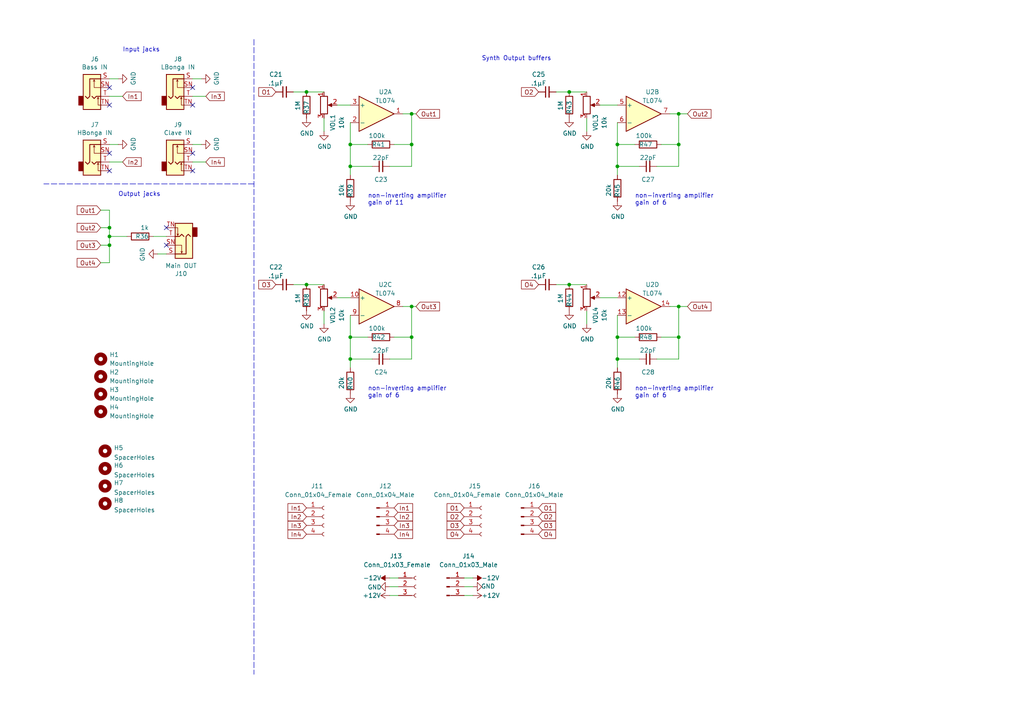
<source format=kicad_sch>
(kicad_sch (version 20211123) (generator eeschema)

  (uuid e4184668-3bdd-4cb2-a053-4f3d5e57b541)

  (paper "A4")

  (lib_symbols
    (symbol "Amplifier_Operational:TL074" (pin_names (offset 0.127)) (in_bom yes) (on_board yes)
      (property "Reference" "U" (id 0) (at 0 5.08 0)
        (effects (font (size 1.27 1.27)) (justify left))
      )
      (property "Value" "TL074" (id 1) (at 0 -5.08 0)
        (effects (font (size 1.27 1.27)) (justify left))
      )
      (property "Footprint" "" (id 2) (at -1.27 2.54 0)
        (effects (font (size 1.27 1.27)) hide)
      )
      (property "Datasheet" "http://www.ti.com/lit/ds/symlink/tl071.pdf" (id 3) (at 1.27 5.08 0)
        (effects (font (size 1.27 1.27)) hide)
      )
      (property "ki_locked" "" (id 4) (at 0 0 0)
        (effects (font (size 1.27 1.27)))
      )
      (property "ki_keywords" "quad opamp" (id 5) (at 0 0 0)
        (effects (font (size 1.27 1.27)) hide)
      )
      (property "ki_description" "Quad Low-Noise JFET-Input Operational Amplifiers, DIP-14/SOIC-14" (id 6) (at 0 0 0)
        (effects (font (size 1.27 1.27)) hide)
      )
      (property "ki_fp_filters" "SOIC*3.9x8.7mm*P1.27mm* DIP*W7.62mm* TSSOP*4.4x5mm*P0.65mm* SSOP*5.3x6.2mm*P0.65mm* MSOP*3x3mm*P0.5mm*" (id 7) (at 0 0 0)
        (effects (font (size 1.27 1.27)) hide)
      )
      (symbol "TL074_1_1"
        (polyline
          (pts
            (xy -5.08 5.08)
            (xy 5.08 0)
            (xy -5.08 -5.08)
            (xy -5.08 5.08)
          )
          (stroke (width 0.254) (type default) (color 0 0 0 0))
          (fill (type background))
        )
        (pin output line (at 7.62 0 180) (length 2.54)
          (name "~" (effects (font (size 1.27 1.27))))
          (number "1" (effects (font (size 1.27 1.27))))
        )
        (pin input line (at -7.62 -2.54 0) (length 2.54)
          (name "-" (effects (font (size 1.27 1.27))))
          (number "2" (effects (font (size 1.27 1.27))))
        )
        (pin input line (at -7.62 2.54 0) (length 2.54)
          (name "+" (effects (font (size 1.27 1.27))))
          (number "3" (effects (font (size 1.27 1.27))))
        )
      )
      (symbol "TL074_2_1"
        (polyline
          (pts
            (xy -5.08 5.08)
            (xy 5.08 0)
            (xy -5.08 -5.08)
            (xy -5.08 5.08)
          )
          (stroke (width 0.254) (type default) (color 0 0 0 0))
          (fill (type background))
        )
        (pin input line (at -7.62 2.54 0) (length 2.54)
          (name "+" (effects (font (size 1.27 1.27))))
          (number "5" (effects (font (size 1.27 1.27))))
        )
        (pin input line (at -7.62 -2.54 0) (length 2.54)
          (name "-" (effects (font (size 1.27 1.27))))
          (number "6" (effects (font (size 1.27 1.27))))
        )
        (pin output line (at 7.62 0 180) (length 2.54)
          (name "~" (effects (font (size 1.27 1.27))))
          (number "7" (effects (font (size 1.27 1.27))))
        )
      )
      (symbol "TL074_3_1"
        (polyline
          (pts
            (xy -5.08 5.08)
            (xy 5.08 0)
            (xy -5.08 -5.08)
            (xy -5.08 5.08)
          )
          (stroke (width 0.254) (type default) (color 0 0 0 0))
          (fill (type background))
        )
        (pin input line (at -7.62 2.54 0) (length 2.54)
          (name "+" (effects (font (size 1.27 1.27))))
          (number "10" (effects (font (size 1.27 1.27))))
        )
        (pin output line (at 7.62 0 180) (length 2.54)
          (name "~" (effects (font (size 1.27 1.27))))
          (number "8" (effects (font (size 1.27 1.27))))
        )
        (pin input line (at -7.62 -2.54 0) (length 2.54)
          (name "-" (effects (font (size 1.27 1.27))))
          (number "9" (effects (font (size 1.27 1.27))))
        )
      )
      (symbol "TL074_4_1"
        (polyline
          (pts
            (xy -5.08 5.08)
            (xy 5.08 0)
            (xy -5.08 -5.08)
            (xy -5.08 5.08)
          )
          (stroke (width 0.254) (type default) (color 0 0 0 0))
          (fill (type background))
        )
        (pin input line (at -7.62 2.54 0) (length 2.54)
          (name "+" (effects (font (size 1.27 1.27))))
          (number "12" (effects (font (size 1.27 1.27))))
        )
        (pin input line (at -7.62 -2.54 0) (length 2.54)
          (name "-" (effects (font (size 1.27 1.27))))
          (number "13" (effects (font (size 1.27 1.27))))
        )
        (pin output line (at 7.62 0 180) (length 2.54)
          (name "~" (effects (font (size 1.27 1.27))))
          (number "14" (effects (font (size 1.27 1.27))))
        )
      )
      (symbol "TL074_5_1"
        (pin power_in line (at -2.54 -7.62 90) (length 3.81)
          (name "V-" (effects (font (size 1.27 1.27))))
          (number "11" (effects (font (size 1.27 1.27))))
        )
        (pin power_in line (at -2.54 7.62 270) (length 3.81)
          (name "V+" (effects (font (size 1.27 1.27))))
          (number "4" (effects (font (size 1.27 1.27))))
        )
      )
    )
    (symbol "Connector:AudioJack2_Switch" (in_bom yes) (on_board yes)
      (property "Reference" "J" (id 0) (at 0 11.43 0)
        (effects (font (size 1.27 1.27)))
      )
      (property "Value" "AudioJack2_Switch" (id 1) (at 0 8.89 0)
        (effects (font (size 1.27 1.27)))
      )
      (property "Footprint" "" (id 2) (at 0 5.08 0)
        (effects (font (size 1.27 1.27)) hide)
      )
      (property "Datasheet" "~" (id 3) (at 0 5.08 0)
        (effects (font (size 1.27 1.27)) hide)
      )
      (property "ki_keywords" "audio jack receptacle mono headphones phone TS connector" (id 4) (at 0 0 0)
        (effects (font (size 1.27 1.27)) hide)
      )
      (property "ki_description" "Audio Jack, 2 Poles (Mono / TS), Switched Pole (Normalling)" (id 5) (at 0 0 0)
        (effects (font (size 1.27 1.27)) hide)
      )
      (property "ki_fp_filters" "Jack*" (id 6) (at 0 0 0)
        (effects (font (size 1.27 1.27)) hide)
      )
      (symbol "AudioJack2_Switch_0_1"
        (rectangle (start -2.54 0) (end -3.81 -2.54)
          (stroke (width 0.254) (type default) (color 0 0 0 0))
          (fill (type outline))
        )
        (rectangle (start 2.54 6.35) (end -2.54 -3.81)
          (stroke (width 0.254) (type default) (color 0 0 0 0))
          (fill (type background))
        )
      )
      (symbol "AudioJack2_Switch_1_1"
        (polyline
          (pts
            (xy 0.635 4.826)
            (xy 0.889 4.318)
          )
          (stroke (width 0) (type default) (color 0 0 0 0))
          (fill (type none))
        )
        (polyline
          (pts
            (xy 1.778 -0.254)
            (xy 2.032 -0.762)
          )
          (stroke (width 0) (type default) (color 0 0 0 0))
          (fill (type none))
        )
        (polyline
          (pts
            (xy 0 0)
            (xy 0.635 -0.635)
            (xy 1.27 0)
            (xy 2.54 0)
          )
          (stroke (width 0.254) (type default) (color 0 0 0 0))
          (fill (type none))
        )
        (polyline
          (pts
            (xy 2.54 -2.54)
            (xy 1.778 -2.54)
            (xy 1.778 -0.254)
            (xy 1.524 -0.762)
          )
          (stroke (width 0) (type default) (color 0 0 0 0))
          (fill (type none))
        )
        (polyline
          (pts
            (xy 2.54 2.54)
            (xy 0.635 2.54)
            (xy 0.635 4.826)
            (xy 0.381 4.318)
          )
          (stroke (width 0) (type default) (color 0 0 0 0))
          (fill (type none))
        )
        (polyline
          (pts
            (xy 2.54 5.08)
            (xy -0.635 5.08)
            (xy -0.635 0)
            (xy -1.27 -0.635)
            (xy -1.905 0)
          )
          (stroke (width 0.254) (type default) (color 0 0 0 0))
          (fill (type none))
        )
        (pin passive line (at 5.08 5.08 180) (length 2.54)
          (name "~" (effects (font (size 1.27 1.27))))
          (number "S" (effects (font (size 1.27 1.27))))
        )
        (pin passive line (at 5.08 2.54 180) (length 2.54)
          (name "~" (effects (font (size 1.27 1.27))))
          (number "SN" (effects (font (size 1.27 1.27))))
        )
        (pin passive line (at 5.08 0 180) (length 2.54)
          (name "~" (effects (font (size 1.27 1.27))))
          (number "T" (effects (font (size 1.27 1.27))))
        )
        (pin passive line (at 5.08 -2.54 180) (length 2.54)
          (name "~" (effects (font (size 1.27 1.27))))
          (number "TN" (effects (font (size 1.27 1.27))))
        )
      )
    )
    (symbol "Connector:Conn_01x03_Female" (pin_names (offset 1.016) hide) (in_bom yes) (on_board yes)
      (property "Reference" "J" (id 0) (at 0 5.08 0)
        (effects (font (size 1.27 1.27)))
      )
      (property "Value" "Conn_01x03_Female" (id 1) (at 0 -5.08 0)
        (effects (font (size 1.27 1.27)))
      )
      (property "Footprint" "" (id 2) (at 0 0 0)
        (effects (font (size 1.27 1.27)) hide)
      )
      (property "Datasheet" "~" (id 3) (at 0 0 0)
        (effects (font (size 1.27 1.27)) hide)
      )
      (property "ki_keywords" "connector" (id 4) (at 0 0 0)
        (effects (font (size 1.27 1.27)) hide)
      )
      (property "ki_description" "Generic connector, single row, 01x03, script generated (kicad-library-utils/schlib/autogen/connector/)" (id 5) (at 0 0 0)
        (effects (font (size 1.27 1.27)) hide)
      )
      (property "ki_fp_filters" "Connector*:*_1x??_*" (id 6) (at 0 0 0)
        (effects (font (size 1.27 1.27)) hide)
      )
      (symbol "Conn_01x03_Female_1_1"
        (arc (start 0 -2.032) (mid -0.508 -2.54) (end 0 -3.048)
          (stroke (width 0.1524) (type default) (color 0 0 0 0))
          (fill (type none))
        )
        (polyline
          (pts
            (xy -1.27 -2.54)
            (xy -0.508 -2.54)
          )
          (stroke (width 0.1524) (type default) (color 0 0 0 0))
          (fill (type none))
        )
        (polyline
          (pts
            (xy -1.27 0)
            (xy -0.508 0)
          )
          (stroke (width 0.1524) (type default) (color 0 0 0 0))
          (fill (type none))
        )
        (polyline
          (pts
            (xy -1.27 2.54)
            (xy -0.508 2.54)
          )
          (stroke (width 0.1524) (type default) (color 0 0 0 0))
          (fill (type none))
        )
        (arc (start 0 0.508) (mid -0.508 0) (end 0 -0.508)
          (stroke (width 0.1524) (type default) (color 0 0 0 0))
          (fill (type none))
        )
        (arc (start 0 3.048) (mid -0.508 2.54) (end 0 2.032)
          (stroke (width 0.1524) (type default) (color 0 0 0 0))
          (fill (type none))
        )
        (pin passive line (at -5.08 2.54 0) (length 3.81)
          (name "Pin_1" (effects (font (size 1.27 1.27))))
          (number "1" (effects (font (size 1.27 1.27))))
        )
        (pin passive line (at -5.08 0 0) (length 3.81)
          (name "Pin_2" (effects (font (size 1.27 1.27))))
          (number "2" (effects (font (size 1.27 1.27))))
        )
        (pin passive line (at -5.08 -2.54 0) (length 3.81)
          (name "Pin_3" (effects (font (size 1.27 1.27))))
          (number "3" (effects (font (size 1.27 1.27))))
        )
      )
    )
    (symbol "Connector:Conn_01x03_Male" (pin_names (offset 1.016) hide) (in_bom yes) (on_board yes)
      (property "Reference" "J" (id 0) (at 0 5.08 0)
        (effects (font (size 1.27 1.27)))
      )
      (property "Value" "Conn_01x03_Male" (id 1) (at 0 -5.08 0)
        (effects (font (size 1.27 1.27)))
      )
      (property "Footprint" "" (id 2) (at 0 0 0)
        (effects (font (size 1.27 1.27)) hide)
      )
      (property "Datasheet" "~" (id 3) (at 0 0 0)
        (effects (font (size 1.27 1.27)) hide)
      )
      (property "ki_keywords" "connector" (id 4) (at 0 0 0)
        (effects (font (size 1.27 1.27)) hide)
      )
      (property "ki_description" "Generic connector, single row, 01x03, script generated (kicad-library-utils/schlib/autogen/connector/)" (id 5) (at 0 0 0)
        (effects (font (size 1.27 1.27)) hide)
      )
      (property "ki_fp_filters" "Connector*:*_1x??_*" (id 6) (at 0 0 0)
        (effects (font (size 1.27 1.27)) hide)
      )
      (symbol "Conn_01x03_Male_1_1"
        (polyline
          (pts
            (xy 1.27 -2.54)
            (xy 0.8636 -2.54)
          )
          (stroke (width 0.1524) (type default) (color 0 0 0 0))
          (fill (type none))
        )
        (polyline
          (pts
            (xy 1.27 0)
            (xy 0.8636 0)
          )
          (stroke (width 0.1524) (type default) (color 0 0 0 0))
          (fill (type none))
        )
        (polyline
          (pts
            (xy 1.27 2.54)
            (xy 0.8636 2.54)
          )
          (stroke (width 0.1524) (type default) (color 0 0 0 0))
          (fill (type none))
        )
        (rectangle (start 0.8636 -2.413) (end 0 -2.667)
          (stroke (width 0.1524) (type default) (color 0 0 0 0))
          (fill (type outline))
        )
        (rectangle (start 0.8636 0.127) (end 0 -0.127)
          (stroke (width 0.1524) (type default) (color 0 0 0 0))
          (fill (type outline))
        )
        (rectangle (start 0.8636 2.667) (end 0 2.413)
          (stroke (width 0.1524) (type default) (color 0 0 0 0))
          (fill (type outline))
        )
        (pin passive line (at 5.08 2.54 180) (length 3.81)
          (name "Pin_1" (effects (font (size 1.27 1.27))))
          (number "1" (effects (font (size 1.27 1.27))))
        )
        (pin passive line (at 5.08 0 180) (length 3.81)
          (name "Pin_2" (effects (font (size 1.27 1.27))))
          (number "2" (effects (font (size 1.27 1.27))))
        )
        (pin passive line (at 5.08 -2.54 180) (length 3.81)
          (name "Pin_3" (effects (font (size 1.27 1.27))))
          (number "3" (effects (font (size 1.27 1.27))))
        )
      )
    )
    (symbol "Connector:Conn_01x04_Female" (pin_names (offset 1.016) hide) (in_bom yes) (on_board yes)
      (property "Reference" "J" (id 0) (at 0 5.08 0)
        (effects (font (size 1.27 1.27)))
      )
      (property "Value" "Conn_01x04_Female" (id 1) (at 0 -7.62 0)
        (effects (font (size 1.27 1.27)))
      )
      (property "Footprint" "" (id 2) (at 0 0 0)
        (effects (font (size 1.27 1.27)) hide)
      )
      (property "Datasheet" "~" (id 3) (at 0 0 0)
        (effects (font (size 1.27 1.27)) hide)
      )
      (property "ki_keywords" "connector" (id 4) (at 0 0 0)
        (effects (font (size 1.27 1.27)) hide)
      )
      (property "ki_description" "Generic connector, single row, 01x04, script generated (kicad-library-utils/schlib/autogen/connector/)" (id 5) (at 0 0 0)
        (effects (font (size 1.27 1.27)) hide)
      )
      (property "ki_fp_filters" "Connector*:*_1x??_*" (id 6) (at 0 0 0)
        (effects (font (size 1.27 1.27)) hide)
      )
      (symbol "Conn_01x04_Female_1_1"
        (arc (start 0 -4.572) (mid -0.508 -5.08) (end 0 -5.588)
          (stroke (width 0.1524) (type default) (color 0 0 0 0))
          (fill (type none))
        )
        (arc (start 0 -2.032) (mid -0.508 -2.54) (end 0 -3.048)
          (stroke (width 0.1524) (type default) (color 0 0 0 0))
          (fill (type none))
        )
        (polyline
          (pts
            (xy -1.27 -5.08)
            (xy -0.508 -5.08)
          )
          (stroke (width 0.1524) (type default) (color 0 0 0 0))
          (fill (type none))
        )
        (polyline
          (pts
            (xy -1.27 -2.54)
            (xy -0.508 -2.54)
          )
          (stroke (width 0.1524) (type default) (color 0 0 0 0))
          (fill (type none))
        )
        (polyline
          (pts
            (xy -1.27 0)
            (xy -0.508 0)
          )
          (stroke (width 0.1524) (type default) (color 0 0 0 0))
          (fill (type none))
        )
        (polyline
          (pts
            (xy -1.27 2.54)
            (xy -0.508 2.54)
          )
          (stroke (width 0.1524) (type default) (color 0 0 0 0))
          (fill (type none))
        )
        (arc (start 0 0.508) (mid -0.508 0) (end 0 -0.508)
          (stroke (width 0.1524) (type default) (color 0 0 0 0))
          (fill (type none))
        )
        (arc (start 0 3.048) (mid -0.508 2.54) (end 0 2.032)
          (stroke (width 0.1524) (type default) (color 0 0 0 0))
          (fill (type none))
        )
        (pin passive line (at -5.08 2.54 0) (length 3.81)
          (name "Pin_1" (effects (font (size 1.27 1.27))))
          (number "1" (effects (font (size 1.27 1.27))))
        )
        (pin passive line (at -5.08 0 0) (length 3.81)
          (name "Pin_2" (effects (font (size 1.27 1.27))))
          (number "2" (effects (font (size 1.27 1.27))))
        )
        (pin passive line (at -5.08 -2.54 0) (length 3.81)
          (name "Pin_3" (effects (font (size 1.27 1.27))))
          (number "3" (effects (font (size 1.27 1.27))))
        )
        (pin passive line (at -5.08 -5.08 0) (length 3.81)
          (name "Pin_4" (effects (font (size 1.27 1.27))))
          (number "4" (effects (font (size 1.27 1.27))))
        )
      )
    )
    (symbol "Connector:Conn_01x04_Male" (pin_names (offset 1.016) hide) (in_bom yes) (on_board yes)
      (property "Reference" "J" (id 0) (at 0 5.08 0)
        (effects (font (size 1.27 1.27)))
      )
      (property "Value" "Conn_01x04_Male" (id 1) (at 0 -7.62 0)
        (effects (font (size 1.27 1.27)))
      )
      (property "Footprint" "" (id 2) (at 0 0 0)
        (effects (font (size 1.27 1.27)) hide)
      )
      (property "Datasheet" "~" (id 3) (at 0 0 0)
        (effects (font (size 1.27 1.27)) hide)
      )
      (property "ki_keywords" "connector" (id 4) (at 0 0 0)
        (effects (font (size 1.27 1.27)) hide)
      )
      (property "ki_description" "Generic connector, single row, 01x04, script generated (kicad-library-utils/schlib/autogen/connector/)" (id 5) (at 0 0 0)
        (effects (font (size 1.27 1.27)) hide)
      )
      (property "ki_fp_filters" "Connector*:*_1x??_*" (id 6) (at 0 0 0)
        (effects (font (size 1.27 1.27)) hide)
      )
      (symbol "Conn_01x04_Male_1_1"
        (polyline
          (pts
            (xy 1.27 -5.08)
            (xy 0.8636 -5.08)
          )
          (stroke (width 0.1524) (type default) (color 0 0 0 0))
          (fill (type none))
        )
        (polyline
          (pts
            (xy 1.27 -2.54)
            (xy 0.8636 -2.54)
          )
          (stroke (width 0.1524) (type default) (color 0 0 0 0))
          (fill (type none))
        )
        (polyline
          (pts
            (xy 1.27 0)
            (xy 0.8636 0)
          )
          (stroke (width 0.1524) (type default) (color 0 0 0 0))
          (fill (type none))
        )
        (polyline
          (pts
            (xy 1.27 2.54)
            (xy 0.8636 2.54)
          )
          (stroke (width 0.1524) (type default) (color 0 0 0 0))
          (fill (type none))
        )
        (rectangle (start 0.8636 -4.953) (end 0 -5.207)
          (stroke (width 0.1524) (type default) (color 0 0 0 0))
          (fill (type outline))
        )
        (rectangle (start 0.8636 -2.413) (end 0 -2.667)
          (stroke (width 0.1524) (type default) (color 0 0 0 0))
          (fill (type outline))
        )
        (rectangle (start 0.8636 0.127) (end 0 -0.127)
          (stroke (width 0.1524) (type default) (color 0 0 0 0))
          (fill (type outline))
        )
        (rectangle (start 0.8636 2.667) (end 0 2.413)
          (stroke (width 0.1524) (type default) (color 0 0 0 0))
          (fill (type outline))
        )
        (pin passive line (at 5.08 2.54 180) (length 3.81)
          (name "Pin_1" (effects (font (size 1.27 1.27))))
          (number "1" (effects (font (size 1.27 1.27))))
        )
        (pin passive line (at 5.08 0 180) (length 3.81)
          (name "Pin_2" (effects (font (size 1.27 1.27))))
          (number "2" (effects (font (size 1.27 1.27))))
        )
        (pin passive line (at 5.08 -2.54 180) (length 3.81)
          (name "Pin_3" (effects (font (size 1.27 1.27))))
          (number "3" (effects (font (size 1.27 1.27))))
        )
        (pin passive line (at 5.08 -5.08 180) (length 3.81)
          (name "Pin_4" (effects (font (size 1.27 1.27))))
          (number "4" (effects (font (size 1.27 1.27))))
        )
      )
    )
    (symbol "Device:C_Small" (pin_numbers hide) (pin_names (offset 0.254) hide) (in_bom yes) (on_board yes)
      (property "Reference" "C" (id 0) (at 0.254 1.778 0)
        (effects (font (size 1.27 1.27)) (justify left))
      )
      (property "Value" "C_Small" (id 1) (at 0.254 -2.032 0)
        (effects (font (size 1.27 1.27)) (justify left))
      )
      (property "Footprint" "" (id 2) (at 0 0 0)
        (effects (font (size 1.27 1.27)) hide)
      )
      (property "Datasheet" "~" (id 3) (at 0 0 0)
        (effects (font (size 1.27 1.27)) hide)
      )
      (property "ki_keywords" "capacitor cap" (id 4) (at 0 0 0)
        (effects (font (size 1.27 1.27)) hide)
      )
      (property "ki_description" "Unpolarized capacitor, small symbol" (id 5) (at 0 0 0)
        (effects (font (size 1.27 1.27)) hide)
      )
      (property "ki_fp_filters" "C_*" (id 6) (at 0 0 0)
        (effects (font (size 1.27 1.27)) hide)
      )
      (symbol "C_Small_0_1"
        (polyline
          (pts
            (xy -1.524 -0.508)
            (xy 1.524 -0.508)
          )
          (stroke (width 0.3302) (type default) (color 0 0 0 0))
          (fill (type none))
        )
        (polyline
          (pts
            (xy -1.524 0.508)
            (xy 1.524 0.508)
          )
          (stroke (width 0.3048) (type default) (color 0 0 0 0))
          (fill (type none))
        )
      )
      (symbol "C_Small_1_1"
        (pin passive line (at 0 2.54 270) (length 2.032)
          (name "~" (effects (font (size 1.27 1.27))))
          (number "1" (effects (font (size 1.27 1.27))))
        )
        (pin passive line (at 0 -2.54 90) (length 2.032)
          (name "~" (effects (font (size 1.27 1.27))))
          (number "2" (effects (font (size 1.27 1.27))))
        )
      )
    )
    (symbol "Device:R" (pin_numbers hide) (pin_names (offset 0)) (in_bom yes) (on_board yes)
      (property "Reference" "R" (id 0) (at 2.032 0 90)
        (effects (font (size 1.27 1.27)))
      )
      (property "Value" "R" (id 1) (at 0 0 90)
        (effects (font (size 1.27 1.27)))
      )
      (property "Footprint" "" (id 2) (at -1.778 0 90)
        (effects (font (size 1.27 1.27)) hide)
      )
      (property "Datasheet" "~" (id 3) (at 0 0 0)
        (effects (font (size 1.27 1.27)) hide)
      )
      (property "ki_keywords" "R res resistor" (id 4) (at 0 0 0)
        (effects (font (size 1.27 1.27)) hide)
      )
      (property "ki_description" "Resistor" (id 5) (at 0 0 0)
        (effects (font (size 1.27 1.27)) hide)
      )
      (property "ki_fp_filters" "R_*" (id 6) (at 0 0 0)
        (effects (font (size 1.27 1.27)) hide)
      )
      (symbol "R_0_1"
        (rectangle (start -1.016 -2.54) (end 1.016 2.54)
          (stroke (width 0.254) (type default) (color 0 0 0 0))
          (fill (type none))
        )
      )
      (symbol "R_1_1"
        (pin passive line (at 0 3.81 270) (length 1.27)
          (name "~" (effects (font (size 1.27 1.27))))
          (number "1" (effects (font (size 1.27 1.27))))
        )
        (pin passive line (at 0 -3.81 90) (length 1.27)
          (name "~" (effects (font (size 1.27 1.27))))
          (number "2" (effects (font (size 1.27 1.27))))
        )
      )
    )
    (symbol "Device:R_POT" (pin_names (offset 1.016) hide) (in_bom yes) (on_board yes)
      (property "Reference" "RV" (id 0) (at -4.445 0 90)
        (effects (font (size 1.27 1.27)))
      )
      (property "Value" "Device_R_POT" (id 1) (at -2.54 0 90)
        (effects (font (size 1.27 1.27)))
      )
      (property "Footprint" "" (id 2) (at 0 0 0)
        (effects (font (size 1.27 1.27)) hide)
      )
      (property "Datasheet" "" (id 3) (at 0 0 0)
        (effects (font (size 1.27 1.27)) hide)
      )
      (property "ki_fp_filters" "Potentiometer*" (id 4) (at 0 0 0)
        (effects (font (size 1.27 1.27)) hide)
      )
      (symbol "R_POT_0_1"
        (polyline
          (pts
            (xy 2.54 0)
            (xy 1.524 0)
          )
          (stroke (width 0) (type default) (color 0 0 0 0))
          (fill (type none))
        )
        (polyline
          (pts
            (xy 1.143 0)
            (xy 2.286 0.508)
            (xy 2.286 -0.508)
            (xy 1.143 0)
          )
          (stroke (width 0) (type default) (color 0 0 0 0))
          (fill (type outline))
        )
        (rectangle (start 1.016 2.54) (end -1.016 -2.54)
          (stroke (width 0.254) (type default) (color 0 0 0 0))
          (fill (type none))
        )
      )
      (symbol "R_POT_1_1"
        (pin passive line (at 0 3.81 270) (length 1.27)
          (name "1" (effects (font (size 1.27 1.27))))
          (number "1" (effects (font (size 1.27 1.27))))
        )
        (pin passive line (at 3.81 0 180) (length 1.27)
          (name "2" (effects (font (size 1.27 1.27))))
          (number "2" (effects (font (size 1.27 1.27))))
        )
        (pin passive line (at 0 -3.81 90) (length 1.27)
          (name "3" (effects (font (size 1.27 1.27))))
          (number "3" (effects (font (size 1.27 1.27))))
        )
      )
    )
    (symbol "Mechanical:MountingHole" (pin_names (offset 1.016)) (in_bom yes) (on_board yes)
      (property "Reference" "H" (id 0) (at 0 5.08 0)
        (effects (font (size 1.27 1.27)))
      )
      (property "Value" "MountingHole" (id 1) (at 0 3.175 0)
        (effects (font (size 1.27 1.27)))
      )
      (property "Footprint" "" (id 2) (at 0 0 0)
        (effects (font (size 1.27 1.27)) hide)
      )
      (property "Datasheet" "~" (id 3) (at 0 0 0)
        (effects (font (size 1.27 1.27)) hide)
      )
      (property "ki_keywords" "mounting hole" (id 4) (at 0 0 0)
        (effects (font (size 1.27 1.27)) hide)
      )
      (property "ki_description" "Mounting Hole without connection" (id 5) (at 0 0 0)
        (effects (font (size 1.27 1.27)) hide)
      )
      (property "ki_fp_filters" "MountingHole*" (id 6) (at 0 0 0)
        (effects (font (size 1.27 1.27)) hide)
      )
      (symbol "MountingHole_0_1"
        (circle (center 0 0) (radius 1.27)
          (stroke (width 1.27) (type default) (color 0 0 0 0))
          (fill (type none))
        )
      )
    )
    (symbol "power:+12V" (power) (pin_names (offset 0)) (in_bom yes) (on_board yes)
      (property "Reference" "#PWR" (id 0) (at 0 -3.81 0)
        (effects (font (size 1.27 1.27)) hide)
      )
      (property "Value" "+12V" (id 1) (at 0 3.556 0)
        (effects (font (size 1.27 1.27)))
      )
      (property "Footprint" "" (id 2) (at 0 0 0)
        (effects (font (size 1.27 1.27)) hide)
      )
      (property "Datasheet" "" (id 3) (at 0 0 0)
        (effects (font (size 1.27 1.27)) hide)
      )
      (property "ki_keywords" "power-flag" (id 4) (at 0 0 0)
        (effects (font (size 1.27 1.27)) hide)
      )
      (property "ki_description" "Power symbol creates a global label with name \"+12V\"" (id 5) (at 0 0 0)
        (effects (font (size 1.27 1.27)) hide)
      )
      (symbol "+12V_0_1"
        (polyline
          (pts
            (xy -0.762 1.27)
            (xy 0 2.54)
          )
          (stroke (width 0) (type default) (color 0 0 0 0))
          (fill (type none))
        )
        (polyline
          (pts
            (xy 0 0)
            (xy 0 2.54)
          )
          (stroke (width 0) (type default) (color 0 0 0 0))
          (fill (type none))
        )
        (polyline
          (pts
            (xy 0 2.54)
            (xy 0.762 1.27)
          )
          (stroke (width 0) (type default) (color 0 0 0 0))
          (fill (type none))
        )
      )
      (symbol "+12V_1_1"
        (pin power_in line (at 0 0 90) (length 0) hide
          (name "+12V" (effects (font (size 1.27 1.27))))
          (number "1" (effects (font (size 1.27 1.27))))
        )
      )
    )
    (symbol "power:-12V" (power) (pin_names (offset 0)) (in_bom yes) (on_board yes)
      (property "Reference" "#PWR" (id 0) (at 0 2.54 0)
        (effects (font (size 1.27 1.27)) hide)
      )
      (property "Value" "-12V" (id 1) (at 0 3.81 0)
        (effects (font (size 1.27 1.27)))
      )
      (property "Footprint" "" (id 2) (at 0 0 0)
        (effects (font (size 1.27 1.27)) hide)
      )
      (property "Datasheet" "" (id 3) (at 0 0 0)
        (effects (font (size 1.27 1.27)) hide)
      )
      (property "ki_keywords" "power-flag" (id 4) (at 0 0 0)
        (effects (font (size 1.27 1.27)) hide)
      )
      (property "ki_description" "Power symbol creates a global label with name \"-12V\"" (id 5) (at 0 0 0)
        (effects (font (size 1.27 1.27)) hide)
      )
      (symbol "-12V_0_0"
        (pin power_in line (at 0 0 90) (length 0) hide
          (name "-12V" (effects (font (size 1.27 1.27))))
          (number "1" (effects (font (size 1.27 1.27))))
        )
      )
      (symbol "-12V_0_1"
        (polyline
          (pts
            (xy 0 0)
            (xy 0 1.27)
            (xy 0.762 1.27)
            (xy 0 2.54)
            (xy -0.762 1.27)
            (xy 0 1.27)
          )
          (stroke (width 0) (type default) (color 0 0 0 0))
          (fill (type outline))
        )
      )
    )
    (symbol "power:GND" (power) (pin_names (offset 0)) (in_bom yes) (on_board yes)
      (property "Reference" "#PWR" (id 0) (at 0 -6.35 0)
        (effects (font (size 1.27 1.27)) hide)
      )
      (property "Value" "GND" (id 1) (at 0 -3.81 0)
        (effects (font (size 1.27 1.27)))
      )
      (property "Footprint" "" (id 2) (at 0 0 0)
        (effects (font (size 1.27 1.27)) hide)
      )
      (property "Datasheet" "" (id 3) (at 0 0 0)
        (effects (font (size 1.27 1.27)) hide)
      )
      (property "ki_keywords" "power-flag" (id 4) (at 0 0 0)
        (effects (font (size 1.27 1.27)) hide)
      )
      (property "ki_description" "Power symbol creates a global label with name \"GND\" , ground" (id 5) (at 0 0 0)
        (effects (font (size 1.27 1.27)) hide)
      )
      (symbol "GND_0_1"
        (polyline
          (pts
            (xy 0 0)
            (xy 0 -1.27)
            (xy 1.27 -1.27)
            (xy 0 -2.54)
            (xy -1.27 -1.27)
            (xy 0 -1.27)
          )
          (stroke (width 0) (type default) (color 0 0 0 0))
          (fill (type none))
        )
      )
      (symbol "GND_1_1"
        (pin power_in line (at 0 0 270) (length 0) hide
          (name "GND" (effects (font (size 1.27 1.27))))
          (number "1" (effects (font (size 1.27 1.27))))
        )
      )
    )
  )

  (junction (at 196.85 88.9) (diameter 0) (color 0 0 0 0)
    (uuid 01109662-12b4-48a3-b68d-624008909c2a)
  )
  (junction (at 88.9 26.67) (diameter 0) (color 0 0 0 0)
    (uuid 0a05b691-b8f8-49fc-a3a3-bfcb1cd1ef59)
  )
  (junction (at 119.38 41.91) (diameter 0) (color 0 0 0 0)
    (uuid 3f2bf90c-0e9d-4401-a72b-ff8310320cc6)
  )
  (junction (at 179.07 48.26) (diameter 0) (color 0 0 0 0)
    (uuid 5a9b0c17-2b64-458f-88bb-8c43b75e77ba)
  )
  (junction (at 31.75 66.04) (diameter 0) (color 0 0 0 0)
    (uuid 5c7f3438-3730-45f9-8b29-fe5c3e8d1126)
  )
  (junction (at 179.07 97.79) (diameter 0) (color 0 0 0 0)
    (uuid 8470a8c1-abca-496a-8efc-ec2b5ae262cf)
  )
  (junction (at 31.75 71.12) (diameter 0) (color 0 0 0 0)
    (uuid 8f46873a-6e2c-4902-99d1-a00a976b2266)
  )
  (junction (at 196.85 33.02) (diameter 0) (color 0 0 0 0)
    (uuid 9043c5b2-5036-4764-a618-a2b6e9661ccc)
  )
  (junction (at 119.38 88.9) (diameter 0) (color 0 0 0 0)
    (uuid 9121d542-db90-48c9-a0c9-acc3222ab508)
  )
  (junction (at 196.85 41.91) (diameter 0) (color 0 0 0 0)
    (uuid 992592e6-3a64-4ffa-ab1b-54de1197f08d)
  )
  (junction (at 31.75 68.58) (diameter 0) (color 0 0 0 0)
    (uuid 9ad76257-fde9-4a62-a3e8-4e2761ca047f)
  )
  (junction (at 165.1 82.55) (diameter 0) (color 0 0 0 0)
    (uuid 9e6302d0-0202-4010-8cb0-80fb6ee040bc)
  )
  (junction (at 165.1 26.67) (diameter 0) (color 0 0 0 0)
    (uuid adbbf0e5-08c4-448e-affa-4223a7cd30f3)
  )
  (junction (at 101.6 104.14) (diameter 0) (color 0 0 0 0)
    (uuid b259382d-00a7-4b1c-8547-927c21229794)
  )
  (junction (at 196.85 97.79) (diameter 0) (color 0 0 0 0)
    (uuid c165ddcb-a9d6-433f-bd4c-a1042e0d4c99)
  )
  (junction (at 101.6 97.79) (diameter 0) (color 0 0 0 0)
    (uuid c35a7805-7296-488e-8bbe-48103844c8c2)
  )
  (junction (at 88.9 82.55) (diameter 0) (color 0 0 0 0)
    (uuid c4d77586-b8e5-4ca8-8e14-02e0b4da46ad)
  )
  (junction (at 119.38 33.02) (diameter 0) (color 0 0 0 0)
    (uuid d03970e0-0efc-41f1-ab36-9c005a8d5398)
  )
  (junction (at 101.6 48.26) (diameter 0) (color 0 0 0 0)
    (uuid da9c65ca-5de4-4447-bc54-2ec785c91b75)
  )
  (junction (at 179.07 104.14) (diameter 0) (color 0 0 0 0)
    (uuid dc46301a-aa6e-45c4-8b84-948a87c4a75a)
  )
  (junction (at 101.6 41.91) (diameter 0) (color 0 0 0 0)
    (uuid e005ef4a-a802-4736-b7d9-a697df5d4dca)
  )
  (junction (at 119.38 97.79) (diameter 0) (color 0 0 0 0)
    (uuid e3831581-df02-45da-a89a-9efd49b095c9)
  )
  (junction (at 179.07 41.91) (diameter 0) (color 0 0 0 0)
    (uuid feb90981-a7d9-4c20-a9bf-ae03dee8f4ed)
  )

  (no_connect (at 31.75 49.53) (uuid 09c6ca89-863f-42d4-867e-9a769c316610))
  (no_connect (at 48.26 66.04) (uuid 1800ce7b-607f-4b54-b15d-2829de16c178))
  (no_connect (at 31.75 44.45) (uuid 34ddb753-e57c-4ca8-a67b-d7cdf62cae93))
  (no_connect (at 55.88 49.53) (uuid 3b6dda98-f455-4961-854e-3c4cceecffcc))
  (no_connect (at 48.26 71.12) (uuid 4f87f558-6ed8-4161-8c9f-bea15d55d703))
  (no_connect (at 31.75 30.48) (uuid 80f8c1b4-10dd-40fe-b7f7-67988bc3ad81))
  (no_connect (at 55.88 30.48) (uuid 91c82043-0b26-427f-b23c-6094224ddfc2))
  (no_connect (at 55.88 25.4) (uuid 97e5f992-979e-4291-bd9a-a77c3fd4b1b5))
  (no_connect (at 55.88 44.45) (uuid af6ac8e6-193c-4bd2-ac0b-7f515b538a8b))
  (no_connect (at 31.75 25.4) (uuid f8621ac5-1e7e-4e87-8c69-5fd403df9470))

  (wire (pts (xy 48.26 73.66) (xy 45.72 73.66))
    (stroke (width 0) (type default) (color 0 0 0 0))
    (uuid 015aead0-ab5a-48f6-964c-951ea5900f3c)
  )
  (wire (pts (xy 114.3 97.79) (xy 119.38 97.79))
    (stroke (width 0) (type default) (color 0 0 0 0))
    (uuid 032bba8d-3982-4b9e-bb31-c8a0a4ecd070)
  )
  (wire (pts (xy 29.21 71.12) (xy 31.75 71.12))
    (stroke (width 0) (type default) (color 0 0 0 0))
    (uuid 05fec1c2-62c6-4c14-b9d0-8171d86533fa)
  )
  (wire (pts (xy 196.85 104.14) (xy 190.5 104.14))
    (stroke (width 0) (type default) (color 0 0 0 0))
    (uuid 09803f62-2435-40e0-8ecc-5a6e1cb20c0d)
  )
  (wire (pts (xy 88.9 26.67) (xy 93.98 26.67))
    (stroke (width 0) (type default) (color 0 0 0 0))
    (uuid 0c0c03dc-7f6c-4ec3-82b6-df68522379a8)
  )
  (wire (pts (xy 173.99 30.48) (xy 179.07 30.48))
    (stroke (width 0) (type default) (color 0 0 0 0))
    (uuid 109193fd-4514-4383-b3a4-2628f8e17d49)
  )
  (wire (pts (xy 191.77 41.91) (xy 196.85 41.91))
    (stroke (width 0) (type default) (color 0 0 0 0))
    (uuid 1184c120-128c-4269-95a6-ec7022baf90b)
  )
  (wire (pts (xy 101.6 104.14) (xy 107.95 104.14))
    (stroke (width 0) (type default) (color 0 0 0 0))
    (uuid 2073194c-9b19-48a9-a2ac-d17d7c119aea)
  )
  (wire (pts (xy 31.75 41.91) (xy 34.29 41.91))
    (stroke (width 0) (type default) (color 0 0 0 0))
    (uuid 28b01cd2-da3a-46ec-8825-b0f31a0b8987)
  )
  (wire (pts (xy 101.6 104.14) (xy 101.6 106.68))
    (stroke (width 0) (type default) (color 0 0 0 0))
    (uuid 29442898-d2c9-449c-98dc-8bac0c5aaa79)
  )
  (wire (pts (xy 31.75 60.96) (xy 31.75 66.04))
    (stroke (width 0) (type default) (color 0 0 0 0))
    (uuid 2947458a-45fc-491c-91bd-2c2da60454d2)
  )
  (wire (pts (xy 196.85 97.79) (xy 196.85 104.14))
    (stroke (width 0) (type default) (color 0 0 0 0))
    (uuid 2a9b1d8a-607b-4f4b-92ef-0d26b87da8d2)
  )
  (wire (pts (xy 59.69 27.94) (xy 55.88 27.94))
    (stroke (width 0) (type default) (color 0 0 0 0))
    (uuid 2cd3975a-2259-4fa9-8133-e1586b9b9618)
  )
  (wire (pts (xy 119.38 33.02) (xy 119.38 41.91))
    (stroke (width 0) (type default) (color 0 0 0 0))
    (uuid 2e96c746-9094-4bfe-acdc-2756ee3d4707)
  )
  (wire (pts (xy 161.29 82.55) (xy 165.1 82.55))
    (stroke (width 0) (type default) (color 0 0 0 0))
    (uuid 315d2b15-cfe6-4672-b3ad-24773f3df12c)
  )
  (wire (pts (xy 170.18 90.17) (xy 170.18 93.98))
    (stroke (width 0) (type default) (color 0 0 0 0))
    (uuid 3273ec61-4a33-41c2-82bf-cde7c8587c1b)
  )
  (wire (pts (xy 179.07 104.14) (xy 185.42 104.14))
    (stroke (width 0) (type default) (color 0 0 0 0))
    (uuid 3569b50d-b6d8-4e09-a90c-8a18ecb8f6a6)
  )
  (wire (pts (xy 134.62 170.18) (xy 137.16 170.18))
    (stroke (width 0) (type default) (color 0 0 0 0))
    (uuid 36d9f170-93ef-428f-8380-8a44839cc197)
  )
  (polyline (pts (xy 73.66 53.34) (xy 12.7 53.34))
    (stroke (width 0) (type default) (color 0 0 0 0))
    (uuid 3d2a15cb-c492-4d9a-b1dd-7d5f099d2d31)
  )

  (wire (pts (xy 179.07 97.79) (xy 179.07 104.14))
    (stroke (width 0) (type default) (color 0 0 0 0))
    (uuid 3df93884-f81e-4c31-b0c7-c624e71bd5d5)
  )
  (wire (pts (xy 113.03 172.72) (xy 115.57 172.72))
    (stroke (width 0) (type default) (color 0 0 0 0))
    (uuid 42280f3d-2cf0-49a5-bc02-5cda32ca3675)
  )
  (polyline (pts (xy 73.66 11.43) (xy 73.66 195.58))
    (stroke (width 0) (type default) (color 0 0 0 0))
    (uuid 42bd0f96-a831-406e-abb7-03ed1bbd785f)
  )

  (wire (pts (xy 31.75 68.58) (xy 36.83 68.58))
    (stroke (width 0) (type default) (color 0 0 0 0))
    (uuid 42be8723-b7d5-45a0-b6cb-9d484c361d4e)
  )
  (wire (pts (xy 55.88 41.91) (xy 58.42 41.91))
    (stroke (width 0) (type default) (color 0 0 0 0))
    (uuid 42f10020-b50a-4739-a546-6b63e441c980)
  )
  (wire (pts (xy 170.18 34.29) (xy 170.18 38.1))
    (stroke (width 0) (type default) (color 0 0 0 0))
    (uuid 4f3dc5bc-04e8-4dcc-91dd-8782e84f321d)
  )
  (wire (pts (xy 88.9 82.55) (xy 93.98 82.55))
    (stroke (width 0) (type default) (color 0 0 0 0))
    (uuid 5583cd91-5a29-48e5-ae9b-ca9814203ee7)
  )
  (wire (pts (xy 119.38 88.9) (xy 120.65 88.9))
    (stroke (width 0) (type default) (color 0 0 0 0))
    (uuid 5755e987-c643-49e4-ae84-9e85af4b3720)
  )
  (wire (pts (xy 119.38 48.26) (xy 113.03 48.26))
    (stroke (width 0) (type default) (color 0 0 0 0))
    (uuid 5b0c2d24-02aa-4213-b28a-52d7c73b5066)
  )
  (wire (pts (xy 196.85 88.9) (xy 199.39 88.9))
    (stroke (width 0) (type default) (color 0 0 0 0))
    (uuid 5bef9cab-4b75-45ba-a0ec-ce235f63187d)
  )
  (wire (pts (xy 35.56 46.99) (xy 31.75 46.99))
    (stroke (width 0) (type default) (color 0 0 0 0))
    (uuid 5cff09b0-b3d4-41a7-a6a4-7f917b40eda9)
  )
  (wire (pts (xy 119.38 33.02) (xy 120.65 33.02))
    (stroke (width 0) (type default) (color 0 0 0 0))
    (uuid 5ff591a9-fb25-430c-91b9-df2525ef56fd)
  )
  (wire (pts (xy 194.31 33.02) (xy 196.85 33.02))
    (stroke (width 0) (type default) (color 0 0 0 0))
    (uuid 621c8eb9-ae87-439a-b350-badb5d559a5a)
  )
  (wire (pts (xy 119.38 97.79) (xy 119.38 104.14))
    (stroke (width 0) (type default) (color 0 0 0 0))
    (uuid 6355272d-d202-4ef4-ae65-0055331f4d07)
  )
  (wire (pts (xy 116.84 88.9) (xy 119.38 88.9))
    (stroke (width 0) (type default) (color 0 0 0 0))
    (uuid 64983563-4502-463c-9d0d-c2327f7e93f8)
  )
  (wire (pts (xy 119.38 104.14) (xy 113.03 104.14))
    (stroke (width 0) (type default) (color 0 0 0 0))
    (uuid 6b876fb1-4b9c-4408-979d-7bc2f2e46197)
  )
  (wire (pts (xy 196.85 48.26) (xy 190.5 48.26))
    (stroke (width 0) (type default) (color 0 0 0 0))
    (uuid 6c8f8cfa-746c-4348-a8ef-69a61dc35719)
  )
  (wire (pts (xy 59.69 46.99) (xy 55.88 46.99))
    (stroke (width 0) (type default) (color 0 0 0 0))
    (uuid 6e9883d7-9642-4425-a248-b92a09f0624c)
  )
  (wire (pts (xy 194.31 88.9) (xy 196.85 88.9))
    (stroke (width 0) (type default) (color 0 0 0 0))
    (uuid 72cc7949-68f8-4ef8-adcb-a65c1d042672)
  )
  (wire (pts (xy 119.38 41.91) (xy 119.38 48.26))
    (stroke (width 0) (type default) (color 0 0 0 0))
    (uuid 795b87da-372d-4546-807f-2d85208d59b5)
  )
  (wire (pts (xy 97.79 86.36) (xy 101.6 86.36))
    (stroke (width 0) (type default) (color 0 0 0 0))
    (uuid 7a9f0155-9505-45ff-8e4c-3863c101e945)
  )
  (wire (pts (xy 93.98 34.29) (xy 93.98 38.1))
    (stroke (width 0) (type default) (color 0 0 0 0))
    (uuid 7ce4aab5-8271-4432-a4b1-bff168293b45)
  )
  (wire (pts (xy 113.03 167.64) (xy 115.57 167.64))
    (stroke (width 0) (type default) (color 0 0 0 0))
    (uuid 7d880f22-1a7a-448b-8f3e-9ab69c5cadd5)
  )
  (wire (pts (xy 31.75 68.58) (xy 31.75 71.12))
    (stroke (width 0) (type default) (color 0 0 0 0))
    (uuid 81194c89-0d94-4108-af89-65d759e4776d)
  )
  (wire (pts (xy 196.85 41.91) (xy 196.85 48.26))
    (stroke (width 0) (type default) (color 0 0 0 0))
    (uuid 82637ff9-17cd-4214-aa23-cf3681a3fdd5)
  )
  (wire (pts (xy 134.62 172.72) (xy 137.16 172.72))
    (stroke (width 0) (type default) (color 0 0 0 0))
    (uuid 826bd810-e821-4e4e-8681-315bc2266bcc)
  )
  (wire (pts (xy 165.1 26.67) (xy 170.18 26.67))
    (stroke (width 0) (type default) (color 0 0 0 0))
    (uuid 8423120c-1bbf-4444-b400-61c94ba3e4fb)
  )
  (wire (pts (xy 55.88 22.86) (xy 58.42 22.86))
    (stroke (width 0) (type default) (color 0 0 0 0))
    (uuid 8615dae0-65cf-4932-8e6f-9a0f32429a5e)
  )
  (wire (pts (xy 101.6 41.91) (xy 106.68 41.91))
    (stroke (width 0) (type default) (color 0 0 0 0))
    (uuid 86e975b4-11e7-4698-8dae-31ded0d3e2f7)
  )
  (wire (pts (xy 85.09 82.55) (xy 88.9 82.55))
    (stroke (width 0) (type default) (color 0 0 0 0))
    (uuid 89bd1fdd-6a91-474e-8495-7a2ba7eb6260)
  )
  (wire (pts (xy 165.1 82.55) (xy 170.18 82.55))
    (stroke (width 0) (type default) (color 0 0 0 0))
    (uuid 8a10c063-15d0-4dd4-bc00-e2e731febde1)
  )
  (wire (pts (xy 93.98 90.17) (xy 93.98 93.98))
    (stroke (width 0) (type default) (color 0 0 0 0))
    (uuid 8afe1dbf-1187-4362-8af8-a90ca839a6b3)
  )
  (wire (pts (xy 101.6 91.44) (xy 101.6 97.79))
    (stroke (width 0) (type default) (color 0 0 0 0))
    (uuid 8d29ef8d-4f4f-4e0e-a16e-46e4b1dd59e0)
  )
  (wire (pts (xy 179.07 41.91) (xy 184.15 41.91))
    (stroke (width 0) (type default) (color 0 0 0 0))
    (uuid 986c6cfe-48d4-485f-87c8-5cd7e9443f04)
  )
  (wire (pts (xy 101.6 97.79) (xy 106.68 97.79))
    (stroke (width 0) (type default) (color 0 0 0 0))
    (uuid 99909f75-46d2-4f55-b122-390b1eaf73c2)
  )
  (wire (pts (xy 113.03 170.18) (xy 115.57 170.18))
    (stroke (width 0) (type default) (color 0 0 0 0))
    (uuid 9d6729a2-4606-4bed-9be7-6dbfb854f833)
  )
  (wire (pts (xy 179.07 104.14) (xy 179.07 106.68))
    (stroke (width 0) (type default) (color 0 0 0 0))
    (uuid 9e6ab996-f342-41e0-8c85-7d8d835fbae7)
  )
  (wire (pts (xy 31.75 66.04) (xy 31.75 68.58))
    (stroke (width 0) (type default) (color 0 0 0 0))
    (uuid a5ef0d52-9054-41d6-b8f4-2d3844750e6a)
  )
  (wire (pts (xy 97.79 30.48) (xy 101.6 30.48))
    (stroke (width 0) (type default) (color 0 0 0 0))
    (uuid aad2424a-3937-4bc7-96c8-78c666e64a3d)
  )
  (wire (pts (xy 196.85 33.02) (xy 199.39 33.02))
    (stroke (width 0) (type default) (color 0 0 0 0))
    (uuid b1f7d96b-86bf-4c8d-8f99-913616589f17)
  )
  (wire (pts (xy 196.85 33.02) (xy 196.85 41.91))
    (stroke (width 0) (type default) (color 0 0 0 0))
    (uuid b56936de-5f48-4b2f-95c1-afab721cd45d)
  )
  (wire (pts (xy 196.85 88.9) (xy 196.85 97.79))
    (stroke (width 0) (type default) (color 0 0 0 0))
    (uuid b754bfb3-a198-47be-8e7b-61bec885a5db)
  )
  (wire (pts (xy 31.75 22.86) (xy 34.29 22.86))
    (stroke (width 0) (type default) (color 0 0 0 0))
    (uuid be5bbcc0-5b09-43de-a42f-297f80f602a5)
  )
  (wire (pts (xy 101.6 97.79) (xy 101.6 104.14))
    (stroke (width 0) (type default) (color 0 0 0 0))
    (uuid bffa6844-9f4a-43e6-8fca-f0ace26aee2e)
  )
  (wire (pts (xy 134.62 167.64) (xy 137.16 167.64))
    (stroke (width 0) (type default) (color 0 0 0 0))
    (uuid c23b9ecd-b34c-4948-983d-5dbe272e4d20)
  )
  (wire (pts (xy 114.3 41.91) (xy 119.38 41.91))
    (stroke (width 0) (type default) (color 0 0 0 0))
    (uuid c7c83ee2-fc7b-435a-b1ec-803e94a005e8)
  )
  (wire (pts (xy 101.6 48.26) (xy 107.95 48.26))
    (stroke (width 0) (type default) (color 0 0 0 0))
    (uuid ca5ec3df-e2a1-4bfb-a0dd-367cef378d0c)
  )
  (wire (pts (xy 29.21 60.96) (xy 31.75 60.96))
    (stroke (width 0) (type default) (color 0 0 0 0))
    (uuid ccb6c11c-e70e-4c39-adaa-cdcf699d8f57)
  )
  (wire (pts (xy 101.6 41.91) (xy 101.6 48.26))
    (stroke (width 0) (type default) (color 0 0 0 0))
    (uuid cd611e1d-25c2-4b4d-89c4-f68e3aad5662)
  )
  (wire (pts (xy 161.29 26.67) (xy 165.1 26.67))
    (stroke (width 0) (type default) (color 0 0 0 0))
    (uuid d337c492-7429-4618-b378-df29f72737e3)
  )
  (wire (pts (xy 173.99 86.36) (xy 179.07 86.36))
    (stroke (width 0) (type default) (color 0 0 0 0))
    (uuid d426fee4-42f7-4741-95b0-1e9ffb7e57c5)
  )
  (wire (pts (xy 116.84 33.02) (xy 119.38 33.02))
    (stroke (width 0) (type default) (color 0 0 0 0))
    (uuid d4e4ffa8-e3e2-4590-b9df-630d1880f3e4)
  )
  (wire (pts (xy 179.07 35.56) (xy 179.07 41.91))
    (stroke (width 0) (type default) (color 0 0 0 0))
    (uuid d9998961-5ad5-4461-972c-f7e6cb08e0ff)
  )
  (wire (pts (xy 101.6 48.26) (xy 101.6 50.8))
    (stroke (width 0) (type default) (color 0 0 0 0))
    (uuid da753c6b-86bd-4610-8b30-7bc73076167f)
  )
  (wire (pts (xy 179.07 48.26) (xy 185.42 48.26))
    (stroke (width 0) (type default) (color 0 0 0 0))
    (uuid ddff2a5b-71e7-41c6-b18c-32b16253ba00)
  )
  (wire (pts (xy 85.09 26.67) (xy 88.9 26.67))
    (stroke (width 0) (type default) (color 0 0 0 0))
    (uuid e0b36e60-bb2b-489c-a764-1b81e551ce62)
  )
  (wire (pts (xy 35.56 27.94) (xy 31.75 27.94))
    (stroke (width 0) (type default) (color 0 0 0 0))
    (uuid e77c17df-b20e-4e7d-b937-f281c75a0014)
  )
  (wire (pts (xy 101.6 35.56) (xy 101.6 41.91))
    (stroke (width 0) (type default) (color 0 0 0 0))
    (uuid e8710564-8540-40b4-8f60-27f5343846f2)
  )
  (wire (pts (xy 179.07 48.26) (xy 179.07 50.8))
    (stroke (width 0) (type default) (color 0 0 0 0))
    (uuid ece66897-4ee4-4ba2-9026-ca3f561fddcc)
  )
  (wire (pts (xy 179.07 41.91) (xy 179.07 48.26))
    (stroke (width 0) (type default) (color 0 0 0 0))
    (uuid ee015cc2-5cd2-417c-8251-8a55498fa4a1)
  )
  (wire (pts (xy 179.07 97.79) (xy 184.15 97.79))
    (stroke (width 0) (type default) (color 0 0 0 0))
    (uuid f00195ba-9b05-4f22-8648-4207f2dc9890)
  )
  (wire (pts (xy 31.75 71.12) (xy 31.75 76.2))
    (stroke (width 0) (type default) (color 0 0 0 0))
    (uuid f0819a75-0858-4777-8166-3487ac0da58c)
  )
  (wire (pts (xy 29.21 66.04) (xy 31.75 66.04))
    (stroke (width 0) (type default) (color 0 0 0 0))
    (uuid f80bbdc8-224b-4801-9271-b844f5fae957)
  )
  (wire (pts (xy 179.07 91.44) (xy 179.07 97.79))
    (stroke (width 0) (type default) (color 0 0 0 0))
    (uuid fab1abc4-c49d-4b88-8c7f-939d7feb7b6c)
  )
  (wire (pts (xy 44.45 68.58) (xy 48.26 68.58))
    (stroke (width 0) (type default) (color 0 0 0 0))
    (uuid fae7c4b1-9fb5-4688-8a58-03637e58d9d2)
  )
  (wire (pts (xy 31.75 76.2) (xy 29.21 76.2))
    (stroke (width 0) (type default) (color 0 0 0 0))
    (uuid fc0ec46a-1ee2-4e73-8e27-8a3d0d0353bc)
  )
  (wire (pts (xy 119.38 88.9) (xy 119.38 97.79))
    (stroke (width 0) (type default) (color 0 0 0 0))
    (uuid fca2dee9-0cb6-4079-bac3-966998b583ca)
  )
  (wire (pts (xy 191.77 97.79) (xy 196.85 97.79))
    (stroke (width 0) (type default) (color 0 0 0 0))
    (uuid ff603ead-bd4e-4fde-8d3f-22d7cc53f100)
  )

  (text "non-inverting amplifier\ngain of 6" (at 184.15 59.69 0)
    (effects (font (size 1.27 1.27)) (justify left bottom))
    (uuid 011df134-4543-4404-9ee7-792d85cbef7c)
  )
  (text "non-inverting amplifier\ngain of 6" (at 184.15 115.57 0)
    (effects (font (size 1.27 1.27)) (justify left bottom))
    (uuid 42162592-32d7-4d74-bbc9-7b9b5db40468)
  )
  (text "Synth Output buffers" (at 139.7 17.78 0)
    (effects (font (size 1.27 1.27)) (justify left bottom))
    (uuid 57543893-39bf-4d83-b4e0-8d020b4a6d48)
  )
  (text "Input jacks" (at 35.56 15.24 0)
    (effects (font (size 1.27 1.27)) (justify left bottom))
    (uuid 868b5d0d-f911-4724-9580-d9e69eb9f709)
  )
  (text "non-inverting amplifier\ngain of 11" (at 106.68 59.69 0)
    (effects (font (size 1.27 1.27)) (justify left bottom))
    (uuid ca0a3c33-43ae-42a7-bc9c-063bbf3ab47f)
  )
  (text "non-inverting amplifier\ngain of 6" (at 106.68 115.57 0)
    (effects (font (size 1.27 1.27)) (justify left bottom))
    (uuid d842b888-6f0c-4d75-968f-823ed76e0cfb)
  )
  (text "Output jacks" (at 34.29 57.15 0)
    (effects (font (size 1.27 1.27)) (justify left bottom))
    (uuid f565cf54-67ba-4424-8d47-087433645499)
  )

  (global_label "In2" (shape input) (at 88.9 149.86 180) (fields_autoplaced)
    (effects (font (size 1.27 1.27)) (justify right))
    (uuid 009b0d62-e9ea-4825-9fdf-befd291c76ce)
    (property "Intersheet References" "${INTERSHEET_REFS}" (id 0) (at -8.89 54.61 0)
      (effects (font (size 1.27 1.27)) hide)
    )
  )
  (global_label "O3" (shape input) (at 80.01 82.55 180) (fields_autoplaced)
    (effects (font (size 1.27 1.27)) (justify right))
    (uuid 08da8f18-02c3-4a28-a400-670f01755980)
    (property "Intersheet References" "${INTERSHEET_REFS}" (id 0) (at 0 27.94 0)
      (effects (font (size 1.27 1.27)) hide)
    )
  )
  (global_label "O3" (shape input) (at 156.21 152.4 0) (fields_autoplaced)
    (effects (font (size 1.27 1.27)) (justify left))
    (uuid 100847e3-630c-4c13-ba45-180e92370805)
    (property "Intersheet References" "${INTERSHEET_REFS}" (id 0) (at -8.89 54.61 0)
      (effects (font (size 1.27 1.27)) hide)
    )
  )
  (global_label "In1" (shape input) (at 114.3 147.32 0) (fields_autoplaced)
    (effects (font (size 1.27 1.27)) (justify left))
    (uuid 186c3f1e-1c94-498e-abf2-1069980f6633)
    (property "Intersheet References" "${INTERSHEET_REFS}" (id 0) (at -8.89 54.61 0)
      (effects (font (size 1.27 1.27)) hide)
    )
  )
  (global_label "Out1" (shape input) (at 120.65 33.02 0) (fields_autoplaced)
    (effects (font (size 1.27 1.27)) (justify left))
    (uuid 18e95a1d-9d1d-4b93-8e4c-2d03c344acc0)
    (property "Intersheet References" "${INTERSHEET_REFS}" (id 0) (at -17.78 0 0)
      (effects (font (size 1.27 1.27)) hide)
    )
  )
  (global_label "In4" (shape input) (at 59.69 46.99 0) (fields_autoplaced)
    (effects (font (size 1.27 1.27)) (justify left))
    (uuid 2e36ce87-4661-4b8f-956a-16dc559e1b50)
    (property "Intersheet References" "${INTERSHEET_REFS}" (id 0) (at 0 0 0)
      (effects (font (size 1.27 1.27)) hide)
    )
  )
  (global_label "Out2" (shape input) (at 29.21 66.04 180) (fields_autoplaced)
    (effects (font (size 1.27 1.27)) (justify right))
    (uuid 3f0ccf6e-afe1-4fcc-99fa-e564a1488d96)
    (property "Intersheet References" "${INTERSHEET_REFS}" (id 0) (at 243.84 99.06 0)
      (effects (font (size 1.27 1.27)) hide)
    )
  )
  (global_label "O2" (shape input) (at 134.62 149.86 180) (fields_autoplaced)
    (effects (font (size 1.27 1.27)) (justify right))
    (uuid 44e77d57-d16f-4723-a95f-1ac45276c458)
    (property "Intersheet References" "${INTERSHEET_REFS}" (id 0) (at -8.89 54.61 0)
      (effects (font (size 1.27 1.27)) hide)
    )
  )
  (global_label "O4" (shape input) (at 156.21 154.94 0) (fields_autoplaced)
    (effects (font (size 1.27 1.27)) (justify left))
    (uuid 4c6a1dad-7acf-4a52-99b0-316025d1ab04)
    (property "Intersheet References" "${INTERSHEET_REFS}" (id 0) (at -8.89 54.61 0)
      (effects (font (size 1.27 1.27)) hide)
    )
  )
  (global_label "In2" (shape input) (at 114.3 149.86 0) (fields_autoplaced)
    (effects (font (size 1.27 1.27)) (justify left))
    (uuid 583b0bf3-0699-44db-b975-a241ad040fa4)
    (property "Intersheet References" "${INTERSHEET_REFS}" (id 0) (at -8.89 54.61 0)
      (effects (font (size 1.27 1.27)) hide)
    )
  )
  (global_label "Out1" (shape input) (at 29.21 60.96 180) (fields_autoplaced)
    (effects (font (size 1.27 1.27)) (justify right))
    (uuid 5f33fd19-a23e-4ca9-a090-eddd0fdfabfd)
    (property "Intersheet References" "${INTERSHEET_REFS}" (id 0) (at 167.64 93.98 0)
      (effects (font (size 1.27 1.27)) hide)
    )
  )
  (global_label "Out3" (shape input) (at 29.21 71.12 180) (fields_autoplaced)
    (effects (font (size 1.27 1.27)) (justify right))
    (uuid 61ad24b8-e370-4960-80b3-395e48b8e321)
    (property "Intersheet References" "${INTERSHEET_REFS}" (id 0) (at 167.64 132.08 0)
      (effects (font (size 1.27 1.27)) hide)
    )
  )
  (global_label "In3" (shape input) (at 59.69 27.94 0) (fields_autoplaced)
    (effects (font (size 1.27 1.27)) (justify left))
    (uuid 6316acb7-63a1-40e7-8695-2822d4a240b5)
    (property "Intersheet References" "${INTERSHEET_REFS}" (id 0) (at 0 0 0)
      (effects (font (size 1.27 1.27)) hide)
    )
  )
  (global_label "O2" (shape input) (at 156.21 149.86 0) (fields_autoplaced)
    (effects (font (size 1.27 1.27)) (justify left))
    (uuid 64269ac3-771b-4c0d-91e0-eafc3dc4a07f)
    (property "Intersheet References" "${INTERSHEET_REFS}" (id 0) (at -8.89 54.61 0)
      (effects (font (size 1.27 1.27)) hide)
    )
  )
  (global_label "O2" (shape input) (at 156.21 26.67 180) (fields_autoplaced)
    (effects (font (size 1.27 1.27)) (justify right))
    (uuid 653e74f0-0a40-4ab5-8f5c-787bbaf1d723)
    (property "Intersheet References" "${INTERSHEET_REFS}" (id 0) (at 0 0 0)
      (effects (font (size 1.27 1.27)) hide)
    )
  )
  (global_label "Out3" (shape input) (at 120.65 88.9 0) (fields_autoplaced)
    (effects (font (size 1.27 1.27)) (justify left))
    (uuid 67d6d490-a9a4-4ec7-8744-7c7abc821282)
    (property "Intersheet References" "${INTERSHEET_REFS}" (id 0) (at -17.78 27.94 0)
      (effects (font (size 1.27 1.27)) hide)
    )
  )
  (global_label "O3" (shape input) (at 134.62 152.4 180) (fields_autoplaced)
    (effects (font (size 1.27 1.27)) (justify right))
    (uuid 7700fef1-de5b-4197-be2d-18385e1e18f9)
    (property "Intersheet References" "${INTERSHEET_REFS}" (id 0) (at -8.89 54.61 0)
      (effects (font (size 1.27 1.27)) hide)
    )
  )
  (global_label "Out4" (shape input) (at 199.39 88.9 0) (fields_autoplaced)
    (effects (font (size 1.27 1.27)) (justify left))
    (uuid 848901d5-fdee-4920-a04d-fbc03c912e79)
    (property "Intersheet References" "${INTERSHEET_REFS}" (id 0) (at -15.24 27.94 0)
      (effects (font (size 1.27 1.27)) hide)
    )
  )
  (global_label "O4" (shape input) (at 156.21 82.55 180) (fields_autoplaced)
    (effects (font (size 1.27 1.27)) (justify right))
    (uuid 971d1932-4a99-4265-9c76-26e554bde4fe)
    (property "Intersheet References" "${INTERSHEET_REFS}" (id 0) (at 0 27.94 0)
      (effects (font (size 1.27 1.27)) hide)
    )
  )
  (global_label "In2" (shape input) (at 35.56 46.99 0) (fields_autoplaced)
    (effects (font (size 1.27 1.27)) (justify left))
    (uuid b66731e7-61d5-4447-bf6a-e91a62b82298)
    (property "Intersheet References" "${INTERSHEET_REFS}" (id 0) (at 0 0 0)
      (effects (font (size 1.27 1.27)) hide)
    )
  )
  (global_label "In1" (shape input) (at 88.9 147.32 180) (fields_autoplaced)
    (effects (font (size 1.27 1.27)) (justify right))
    (uuid c2211bf7-6ed0-4800-9f21-d6a078bedba2)
    (property "Intersheet References" "${INTERSHEET_REFS}" (id 0) (at -8.89 54.61 0)
      (effects (font (size 1.27 1.27)) hide)
    )
  )
  (global_label "Out4" (shape input) (at 29.21 76.2 180) (fields_autoplaced)
    (effects (font (size 1.27 1.27)) (justify right))
    (uuid cd0f89bc-969d-4621-81d1-43d69a1756a2)
    (property "Intersheet References" "${INTERSHEET_REFS}" (id 0) (at 243.84 137.16 0)
      (effects (font (size 1.27 1.27)) hide)
    )
  )
  (global_label "O1" (shape input) (at 156.21 147.32 0) (fields_autoplaced)
    (effects (font (size 1.27 1.27)) (justify left))
    (uuid d23840a6-3c61-45ca-968a-bc57332fd7a4)
    (property "Intersheet References" "${INTERSHEET_REFS}" (id 0) (at -8.89 54.61 0)
      (effects (font (size 1.27 1.27)) hide)
    )
  )
  (global_label "In1" (shape input) (at 35.56 27.94 0) (fields_autoplaced)
    (effects (font (size 1.27 1.27)) (justify left))
    (uuid e80b0e91-f15f-4e36-9a9c-b2cfd5a01d2a)
    (property "Intersheet References" "${INTERSHEET_REFS}" (id 0) (at 0 0 0)
      (effects (font (size 1.27 1.27)) hide)
    )
  )
  (global_label "In3" (shape input) (at 88.9 152.4 180) (fields_autoplaced)
    (effects (font (size 1.27 1.27)) (justify right))
    (uuid ef400389-7e37-4c93-8647-76318089d59f)
    (property "Intersheet References" "${INTERSHEET_REFS}" (id 0) (at -8.89 54.61 0)
      (effects (font (size 1.27 1.27)) hide)
    )
  )
  (global_label "In4" (shape input) (at 114.3 154.94 0) (fields_autoplaced)
    (effects (font (size 1.27 1.27)) (justify left))
    (uuid f2044410-03ac-4994-9652-9e5f480320f0)
    (property "Intersheet References" "${INTERSHEET_REFS}" (id 0) (at -8.89 54.61 0)
      (effects (font (size 1.27 1.27)) hide)
    )
  )
  (global_label "O1" (shape input) (at 134.62 147.32 180) (fields_autoplaced)
    (effects (font (size 1.27 1.27)) (justify right))
    (uuid f2c43eeb-76da-49f4-b8e6-cd74ebb3190b)
    (property "Intersheet References" "${INTERSHEET_REFS}" (id 0) (at -8.89 54.61 0)
      (effects (font (size 1.27 1.27)) hide)
    )
  )
  (global_label "O1" (shape input) (at 80.01 26.67 180) (fields_autoplaced)
    (effects (font (size 1.27 1.27)) (justify right))
    (uuid f47374c3-cb2a-4769-880f-830c9b19222e)
    (property "Intersheet References" "${INTERSHEET_REFS}" (id 0) (at 0 0 0)
      (effects (font (size 1.27 1.27)) hide)
    )
  )
  (global_label "Out2" (shape input) (at 199.39 33.02 0) (fields_autoplaced)
    (effects (font (size 1.27 1.27)) (justify left))
    (uuid f5a3f95b-1a53-41b4-b208-bf168c9d9c6d)
    (property "Intersheet References" "${INTERSHEET_REFS}" (id 0) (at -15.24 0 0)
      (effects (font (size 1.27 1.27)) hide)
    )
  )
  (global_label "O4" (shape input) (at 134.62 154.94 180) (fields_autoplaced)
    (effects (font (size 1.27 1.27)) (justify right))
    (uuid f931f973-5615-451c-bb04-9a02aede6e6f)
    (property "Intersheet References" "${INTERSHEET_REFS}" (id 0) (at -8.89 54.61 0)
      (effects (font (size 1.27 1.27)) hide)
    )
  )
  (global_label "In4" (shape input) (at 88.9 154.94 180) (fields_autoplaced)
    (effects (font (size 1.27 1.27)) (justify right))
    (uuid fc12372f-6e31-40f9-8043-b00b861f0171)
    (property "Intersheet References" "${INTERSHEET_REFS}" (id 0) (at -8.89 54.61 0)
      (effects (font (size 1.27 1.27)) hide)
    )
  )
  (global_label "In3" (shape input) (at 114.3 152.4 0) (fields_autoplaced)
    (effects (font (size 1.27 1.27)) (justify left))
    (uuid ffb86135-b43f-4a42-9aa6-73aa7ba972a9)
    (property "Intersheet References" "${INTERSHEET_REFS}" (id 0) (at -8.89 54.61 0)
      (effects (font (size 1.27 1.27)) hide)
    )
  )

  (symbol (lib_id "Connector:AudioJack2_Switch") (at 26.67 27.94 0) (unit 1)
    (in_bom yes) (on_board yes)
    (uuid 00000000-0000-0000-0000-0000603536a6)
    (property "Reference" "J6" (id 0) (at 27.4828 17.145 0))
    (property "Value" "Bass IN" (id 1) (at 27.4828 19.4564 0))
    (property "Footprint" "Connector_Audio:Jack_3.5mm_QingPu_WQP-PJ398SM_Vertical_CircularHoles" (id 2) (at 26.67 22.86 0)
      (effects (font (size 1.27 1.27)) hide)
    )
    (property "Datasheet" "~" (id 3) (at 26.67 22.86 0)
      (effects (font (size 1.27 1.27)) hide)
    )
    (pin "S" (uuid cb875800-6d8c-4644-8531-67cc7ba15934))
    (pin "SN" (uuid 7d85a7d0-4529-4998-9443-cf7cf49f5671))
    (pin "T" (uuid fb628d30-a037-4cf0-a8f8-2767f6cdafce))
    (pin "TN" (uuid 8e5df113-da38-4b7b-9cd7-d1c59eeee82e))
  )

  (symbol (lib_id "power:GND") (at 34.29 22.86 90) (unit 1)
    (in_bom yes) (on_board yes)
    (uuid 00000000-0000-0000-0000-0000603536af)
    (property "Reference" "#PWR032" (id 0) (at 40.64 22.86 0)
      (effects (font (size 1.27 1.27)) hide)
    )
    (property "Value" "GND" (id 1) (at 38.6842 22.733 0))
    (property "Footprint" "" (id 2) (at 34.29 22.86 0)
      (effects (font (size 1.27 1.27)) hide)
    )
    (property "Datasheet" "" (id 3) (at 34.29 22.86 0)
      (effects (font (size 1.27 1.27)) hide)
    )
    (pin "1" (uuid 86ed9e70-56ea-4ee9-8fc4-aa791e24d1fe))
  )

  (symbol (lib_id "Connector:AudioJack2_Switch") (at 26.67 46.99 0) (unit 1)
    (in_bom yes) (on_board yes)
    (uuid 00000000-0000-0000-0000-0000603536b7)
    (property "Reference" "J7" (id 0) (at 27.4828 36.195 0))
    (property "Value" "HBonga IN" (id 1) (at 27.4828 38.5064 0))
    (property "Footprint" "Connector_Audio:Jack_3.5mm_QingPu_WQP-PJ398SM_Vertical_CircularHoles" (id 2) (at 26.67 41.91 0)
      (effects (font (size 1.27 1.27)) hide)
    )
    (property "Datasheet" "~" (id 3) (at 26.67 41.91 0)
      (effects (font (size 1.27 1.27)) hide)
    )
    (pin "S" (uuid 87de70a0-6f26-45b8-bc2a-ff1a60c67b5b))
    (pin "SN" (uuid 39af36bb-ff71-4708-9414-837255499dc5))
    (pin "T" (uuid c11f1ae8-9738-4be8-8006-d9f70c9e3658))
    (pin "TN" (uuid 612abe42-455d-49d7-98f6-9c9c96640c15))
  )

  (symbol (lib_id "power:GND") (at 34.29 41.91 90) (unit 1)
    (in_bom yes) (on_board yes)
    (uuid 00000000-0000-0000-0000-0000603536c0)
    (property "Reference" "#PWR033" (id 0) (at 40.64 41.91 0)
      (effects (font (size 1.27 1.27)) hide)
    )
    (property "Value" "GND" (id 1) (at 38.6842 41.783 0))
    (property "Footprint" "" (id 2) (at 34.29 41.91 0)
      (effects (font (size 1.27 1.27)) hide)
    )
    (property "Datasheet" "" (id 3) (at 34.29 41.91 0)
      (effects (font (size 1.27 1.27)) hide)
    )
    (pin "1" (uuid 8da1d49b-0a04-40cf-99e9-66e3cb40056d))
  )

  (symbol (lib_id "Connector:AudioJack2_Switch") (at 50.8 27.94 0) (unit 1)
    (in_bom yes) (on_board yes)
    (uuid 00000000-0000-0000-0000-0000603536c7)
    (property "Reference" "J8" (id 0) (at 51.6128 17.145 0))
    (property "Value" "LBonga IN" (id 1) (at 51.6128 19.4564 0))
    (property "Footprint" "Connector_Audio:Jack_3.5mm_QingPu_WQP-PJ398SM_Vertical_CircularHoles" (id 2) (at 50.8 22.86 0)
      (effects (font (size 1.27 1.27)) hide)
    )
    (property "Datasheet" "~" (id 3) (at 50.8 22.86 0)
      (effects (font (size 1.27 1.27)) hide)
    )
    (pin "S" (uuid fd9a9d37-a5ef-4f63-b8a0-d6f83b9fae4a))
    (pin "SN" (uuid daf2f069-855a-4633-ba69-7d1b79dc63cb))
    (pin "T" (uuid f3404b82-304a-4f22-bdc3-abe6740d59dd))
    (pin "TN" (uuid 928d9f06-bcbb-4b5e-a813-061fa4e0d4d1))
  )

  (symbol (lib_id "power:GND") (at 58.42 22.86 90) (unit 1)
    (in_bom yes) (on_board yes)
    (uuid 00000000-0000-0000-0000-0000603536d0)
    (property "Reference" "#PWR035" (id 0) (at 64.77 22.86 0)
      (effects (font (size 1.27 1.27)) hide)
    )
    (property "Value" "GND" (id 1) (at 62.8142 22.733 0))
    (property "Footprint" "" (id 2) (at 58.42 22.86 0)
      (effects (font (size 1.27 1.27)) hide)
    )
    (property "Datasheet" "" (id 3) (at 58.42 22.86 0)
      (effects (font (size 1.27 1.27)) hide)
    )
    (pin "1" (uuid 796aade5-aa81-4713-bd93-ce202bc00d81))
  )

  (symbol (lib_id "Connector:AudioJack2_Switch") (at 50.8 46.99 0) (unit 1)
    (in_bom yes) (on_board yes)
    (uuid 00000000-0000-0000-0000-0000603536d7)
    (property "Reference" "J9" (id 0) (at 51.6128 36.195 0))
    (property "Value" "Clave IN" (id 1) (at 51.6128 38.5064 0))
    (property "Footprint" "Connector_Audio:Jack_3.5mm_QingPu_WQP-PJ398SM_Vertical_CircularHoles" (id 2) (at 50.8 41.91 0)
      (effects (font (size 1.27 1.27)) hide)
    )
    (property "Datasheet" "~" (id 3) (at 50.8 41.91 0)
      (effects (font (size 1.27 1.27)) hide)
    )
    (pin "S" (uuid 02285946-12af-421f-ac5a-9fe6f285ca0f))
    (pin "SN" (uuid 89797a13-8242-420d-bbf7-5d30c66f6ff1))
    (pin "T" (uuid 1d233050-fcc5-455f-9fcd-f391cf2340f4))
    (pin "TN" (uuid 3a99b61c-6afe-419b-84bb-a6b9a9c2e956))
  )

  (symbol (lib_id "power:GND") (at 58.42 41.91 90) (unit 1)
    (in_bom yes) (on_board yes)
    (uuid 00000000-0000-0000-0000-0000603536e0)
    (property "Reference" "#PWR036" (id 0) (at 64.77 41.91 0)
      (effects (font (size 1.27 1.27)) hide)
    )
    (property "Value" "GND" (id 1) (at 62.8142 41.783 0))
    (property "Footprint" "" (id 2) (at 58.42 41.91 0)
      (effects (font (size 1.27 1.27)) hide)
    )
    (property "Datasheet" "" (id 3) (at 58.42 41.91 0)
      (effects (font (size 1.27 1.27)) hide)
    )
    (pin "1" (uuid 13879189-dc68-4492-98fb-7edb88acecad))
  )

  (symbol (lib_id "Amplifier_Operational:TL074") (at 109.22 33.02 0) (unit 1)
    (in_bom yes) (on_board yes)
    (uuid 00000000-0000-0000-0000-0000603ec090)
    (property "Reference" "U2" (id 0) (at 111.76 26.67 0))
    (property "Value" "TL074" (id 1) (at 111.76 29.21 0))
    (property "Footprint" "Package_DIP:DIP-14_W7.62mm_Socket" (id 2) (at 107.95 30.48 0)
      (effects (font (size 1.27 1.27)) hide)
    )
    (property "Datasheet" "http://www.ti.com/lit/ds/symlink/tl071.pdf" (id 3) (at 110.49 27.94 0)
      (effects (font (size 1.27 1.27)) hide)
    )
    (pin "1" (uuid b3f8f018-41aa-4dfe-8723-ddb8ced11321))
    (pin "2" (uuid a6628929-f9d2-4d7f-a26b-7c9e3415d478))
    (pin "3" (uuid 5ec4a8b1-0c07-4e10-b391-a0905dd92d39))
    (pin "5" (uuid 087a7ba8-692b-46f6-a477-0be775fdaca5))
    (pin "6" (uuid 4b43e89a-dfb0-4c19-9dbe-1739c0b5060d))
    (pin "7" (uuid 1729571a-4aec-4ccf-8739-12c3225475aa))
    (pin "10" (uuid 47fd2e0f-477c-41e9-9c24-bccaac7b0ff1))
    (pin "8" (uuid 0f256436-7a6e-44f4-9e24-635adad2d0fd))
    (pin "9" (uuid 58def476-e8f7-4674-911d-a77ae1bd0d00))
    (pin "12" (uuid 05362069-6f58-466a-9375-97882fb44c7c))
    (pin "13" (uuid b966a9ce-3334-44a9-aff7-737a05cda2f3))
    (pin "14" (uuid 3a3b0ce9-ce9e-481f-8293-78eb57937a98))
    (pin "11" (uuid 70edc9c2-b799-4e53-88b2-fc33faa73965))
    (pin "4" (uuid 06c19d17-0b8a-4489-9467-797f75ff25d7))
  )

  (symbol (lib_id "Amplifier_Operational:TL074") (at 186.69 33.02 0) (unit 2)
    (in_bom yes) (on_board yes)
    (uuid 00000000-0000-0000-0000-0000603ec096)
    (property "Reference" "U2" (id 0) (at 189.23 26.67 0))
    (property "Value" "TL074" (id 1) (at 189.23 29.21 0))
    (property "Footprint" "Package_DIP:DIP-14_W7.62mm_Socket" (id 2) (at 185.42 30.48 0)
      (effects (font (size 1.27 1.27)) hide)
    )
    (property "Datasheet" "http://www.ti.com/lit/ds/symlink/tl071.pdf" (id 3) (at 187.96 27.94 0)
      (effects (font (size 1.27 1.27)) hide)
    )
    (pin "1" (uuid 5a7d400c-f9fc-4896-b37b-193af856f446))
    (pin "2" (uuid 219f8cd0-c7d9-40fd-a7df-8eb63f3f5ff2))
    (pin "3" (uuid b073a490-e60e-496e-b01d-f123c635537a))
    (pin "5" (uuid f8cf1fa7-0f15-41f7-83be-2ed30d828ad1))
    (pin "6" (uuid 4605f2b1-847a-4ff5-a854-f02c15205cc5))
    (pin "7" (uuid 0140b3e4-328e-4104-8a92-c274dd1e893f))
    (pin "10" (uuid 188e9b83-788e-4efb-b4d7-f6946dd364ee))
    (pin "8" (uuid fc90847c-f299-4aeb-816e-17e421ed65f7))
    (pin "9" (uuid b517711e-ea8e-42ca-bc39-f63177f56cb5))
    (pin "12" (uuid a6b039ee-6ecc-4106-9042-f00118723c6f))
    (pin "13" (uuid 780883cc-7ed7-4921-8f30-132944a5f8cd))
    (pin "14" (uuid 1eb30ea0-4acf-43f0-be97-a5d238f0f47e))
    (pin "11" (uuid 955a29de-1422-4dbf-9072-f0b7c1d747a2))
    (pin "4" (uuid 483adecc-6ca5-4631-933d-c705ff55900c))
  )

  (symbol (lib_id "Amplifier_Operational:TL074") (at 109.22 88.9 0) (unit 3)
    (in_bom yes) (on_board yes)
    (uuid 00000000-0000-0000-0000-0000603ec09c)
    (property "Reference" "U2" (id 0) (at 111.76 82.55 0))
    (property "Value" "TL074" (id 1) (at 111.76 85.09 0))
    (property "Footprint" "Package_DIP:DIP-14_W7.62mm_Socket" (id 2) (at 107.95 86.36 0)
      (effects (font (size 1.27 1.27)) hide)
    )
    (property "Datasheet" "http://www.ti.com/lit/ds/symlink/tl071.pdf" (id 3) (at 110.49 83.82 0)
      (effects (font (size 1.27 1.27)) hide)
    )
    (pin "1" (uuid 10410330-02d0-4573-9a8b-649fafadf59a))
    (pin "2" (uuid 1e1f4a32-dcff-4f1d-a10c-127d3efe9794))
    (pin "3" (uuid 35c178f3-fe27-4405-814b-e5f2533929ce))
    (pin "5" (uuid e17b5a6b-bb49-45ab-a331-da6a2faf5fef))
    (pin "6" (uuid d68684f4-7c36-4b0f-b464-e161d4eb1c1c))
    (pin "7" (uuid 3d0e4314-af67-43cf-805a-50032576e0fa))
    (pin "10" (uuid 54589301-a073-4cf7-a134-3ce2f366970f))
    (pin "8" (uuid 949f8304-cb62-4014-8dc3-9146e947ad99))
    (pin "9" (uuid 63ef86dd-a15a-49ae-8ed6-84c669af55ce))
    (pin "12" (uuid 38c167d9-882e-4c76-a17b-38c93926f1b3))
    (pin "13" (uuid 3e0ac3d5-f3e6-42a8-aa75-f94e1ea184b2))
    (pin "14" (uuid a19341f3-5fe7-4da3-bfe0-4b7df3da8a9d))
    (pin "11" (uuid e7625266-6f5c-4d60-8b50-9232bf141768))
    (pin "4" (uuid ef49a55b-7ff1-47fc-b78e-1aa179c5402d))
  )

  (symbol (lib_id "Amplifier_Operational:TL074") (at 186.69 88.9 0) (unit 4)
    (in_bom yes) (on_board yes)
    (uuid 00000000-0000-0000-0000-0000603ec0a2)
    (property "Reference" "U2" (id 0) (at 189.23 82.55 0))
    (property "Value" "TL074" (id 1) (at 189.23 85.09 0))
    (property "Footprint" "Package_DIP:DIP-14_W7.62mm_Socket" (id 2) (at 185.42 86.36 0)
      (effects (font (size 1.27 1.27)) hide)
    )
    (property "Datasheet" "http://www.ti.com/lit/ds/symlink/tl071.pdf" (id 3) (at 187.96 83.82 0)
      (effects (font (size 1.27 1.27)) hide)
    )
    (pin "1" (uuid 5ae2647d-d9c7-428f-9149-0a0fd5f7dd21))
    (pin "2" (uuid a3d9e904-90ae-4883-ac88-3497dbde097d))
    (pin "3" (uuid 388b478d-5511-471c-a851-f74fa9f1898b))
    (pin "5" (uuid c3c65d9f-064c-4d14-b147-55aa17c72f4b))
    (pin "6" (uuid e8a3399e-681e-4155-a623-1a79ecf91264))
    (pin "7" (uuid bd718c5a-af10-4da6-a02a-8b64601ead84))
    (pin "10" (uuid ef5b4451-e015-4461-92e0-b4102b299761))
    (pin "8" (uuid a20d6708-2e7a-44a4-889f-2f5271bf654f))
    (pin "9" (uuid 9f64ad0b-0d44-4b27-9d0a-c5bfdc3d3b47))
    (pin "12" (uuid f5daca89-805a-4225-bfcd-a604813890ac))
    (pin "13" (uuid 1b7cbbad-0f40-49e7-b36d-fc4c5113a3a8))
    (pin "14" (uuid d9676742-f305-4ac7-81fa-d2f4c1f51141))
    (pin "11" (uuid c18e7e4b-f198-4fbd-b2ff-c10386b81f1c))
    (pin "4" (uuid 56664452-0967-4103-9b87-eb23bc695813))
  )

  (symbol (lib_id "Device:C_Small") (at 82.55 82.55 90) (unit 1)
    (in_bom yes) (on_board yes)
    (uuid 00000000-0000-0000-0000-0000603eec48)
    (property "Reference" "C22" (id 0) (at 80.01 77.47 90))
    (property "Value" ".1µF" (id 1) (at 80.01 80.01 90))
    (property "Footprint" "Capacitor_THT:C_Disc_D7.0mm_W2.5mm_P5.00mm" (id 2) (at 82.55 82.55 0)
      (effects (font (size 1.27 1.27)) hide)
    )
    (property "Datasheet" "~" (id 3) (at 82.55 82.55 0)
      (effects (font (size 1.27 1.27)) hide)
    )
    (pin "1" (uuid 4a58293e-8bd3-45dc-ab46-68077db715f2))
    (pin "2" (uuid c6c1eb2b-fd5b-4c57-97df-dc5160e77577))
  )

  (symbol (lib_id "Device:R") (at 88.9 86.36 0) (unit 1)
    (in_bom yes) (on_board yes)
    (uuid 00000000-0000-0000-0000-0000603eec4e)
    (property "Reference" "R38" (id 0) (at 88.9 85.09 90)
      (effects (font (size 1.27 1.27)) (justify right))
    )
    (property "Value" "1M" (id 1) (at 86.36 85.09 90)
      (effects (font (size 1.27 1.27)) (justify right))
    )
    (property "Footprint" "Resistor_THT:R_Axial_DIN0207_L6.3mm_D2.5mm_P10.16mm_Horizontal" (id 2) (at 87.122 86.36 90)
      (effects (font (size 1.27 1.27)) hide)
    )
    (property "Datasheet" "~" (id 3) (at 88.9 86.36 0)
      (effects (font (size 1.27 1.27)) hide)
    )
    (pin "1" (uuid 2eda9f02-862e-4238-870d-20124fc7928c))
    (pin "2" (uuid 95a3d38c-c30b-4803-b93c-693f17537140))
  )

  (symbol (lib_id "power:GND") (at 88.9 90.17 0) (unit 1)
    (in_bom yes) (on_board yes)
    (uuid 00000000-0000-0000-0000-0000603eec54)
    (property "Reference" "#PWR038" (id 0) (at 88.9 96.52 0)
      (effects (font (size 1.27 1.27)) hide)
    )
    (property "Value" "GND" (id 1) (at 89.027 94.5642 0))
    (property "Footprint" "" (id 2) (at 88.9 90.17 0)
      (effects (font (size 1.27 1.27)) hide)
    )
    (property "Datasheet" "" (id 3) (at 88.9 90.17 0)
      (effects (font (size 1.27 1.27)) hide)
    )
    (pin "1" (uuid e55189ec-750d-40dc-8efd-480004660b2d))
  )

  (symbol (lib_id "Device:R_POT") (at 93.98 86.36 0) (unit 1)
    (in_bom yes) (on_board yes)
    (uuid 00000000-0000-0000-0000-00006042c372)
    (property "Reference" "VOL2" (id 0) (at 96.52 91.44 90))
    (property "Value" "10k" (id 1) (at 99.06 91.44 90))
    (property "Footprint" "Potentiometer_THT:Potentiometer_Bourns_PTV09A-1_Single_Vertical" (id 2) (at 93.98 86.36 0)
      (effects (font (size 1.27 1.27)) hide)
    )
    (property "Datasheet" "~" (id 3) (at 93.98 86.36 0)
      (effects (font (size 1.27 1.27)) hide)
    )
    (pin "1" (uuid 911abea2-e45d-4bba-a7d1-5f21348c8aee))
    (pin "2" (uuid 894703c7-10d0-472a-bf81-33f567b69f44))
    (pin "3" (uuid fe216655-75ea-42b3-9334-827e2a2f3460))
  )

  (symbol (lib_id "Device:R_POT") (at 170.18 30.48 0) (unit 1)
    (in_bom yes) (on_board yes)
    (uuid 00000000-0000-0000-0000-00006046ca23)
    (property "Reference" "VOL3" (id 0) (at 172.72 35.56 90))
    (property "Value" "10k" (id 1) (at 175.26 35.56 90))
    (property "Footprint" "Potentiometer_THT:Potentiometer_Bourns_PTV09A-1_Single_Vertical" (id 2) (at 170.18 30.48 0)
      (effects (font (size 1.27 1.27)) hide)
    )
    (property "Datasheet" "~" (id 3) (at 170.18 30.48 0)
      (effects (font (size 1.27 1.27)) hide)
    )
    (pin "1" (uuid 47ef03f9-abe7-4dec-bd0c-1ee53cf4b367))
    (pin "2" (uuid 509aba1a-a748-4ee8-be9f-25e991ba7ce0))
    (pin "3" (uuid 912e4396-0a04-46db-9887-a7d7c9608031))
  )

  (symbol (lib_id "Device:R_POT") (at 170.18 86.36 0) (unit 1)
    (in_bom yes) (on_board yes)
    (uuid 00000000-0000-0000-0000-000060472477)
    (property "Reference" "VOL4" (id 0) (at 172.72 91.44 90))
    (property "Value" "10k" (id 1) (at 175.26 91.44 90))
    (property "Footprint" "Potentiometer_THT:Potentiometer_Bourns_PTV09A-1_Single_Vertical" (id 2) (at 170.18 86.36 0)
      (effects (font (size 1.27 1.27)) hide)
    )
    (property "Datasheet" "~" (id 3) (at 170.18 86.36 0)
      (effects (font (size 1.27 1.27)) hide)
    )
    (pin "1" (uuid 88b00517-35e2-436e-b4f9-6cc3e15d0799))
    (pin "2" (uuid 0b9e380d-09b2-43aa-9e5e-e1d4726650b2))
    (pin "3" (uuid f927f35d-46c7-48b8-8c98-3e8010ca67ba))
  )

  (symbol (lib_id "Device:C_Small") (at 158.75 82.55 90) (unit 1)
    (in_bom yes) (on_board yes)
    (uuid 00000000-0000-0000-0000-0000604a99ca)
    (property "Reference" "C26" (id 0) (at 156.21 77.47 90))
    (property "Value" ".1µF" (id 1) (at 156.21 80.01 90))
    (property "Footprint" "Capacitor_THT:C_Disc_D7.0mm_W2.5mm_P5.00mm" (id 2) (at 158.75 82.55 0)
      (effects (font (size 1.27 1.27)) hide)
    )
    (property "Datasheet" "~" (id 3) (at 158.75 82.55 0)
      (effects (font (size 1.27 1.27)) hide)
    )
    (pin "1" (uuid 856b970c-59fd-4139-abdf-4de6b01cb97a))
    (pin "2" (uuid aebbb1f6-af4a-4db4-86ab-be1d87eefd03))
  )

  (symbol (lib_id "Device:R") (at 165.1 86.36 0) (unit 1)
    (in_bom yes) (on_board yes)
    (uuid 00000000-0000-0000-0000-0000604a99d0)
    (property "Reference" "R44" (id 0) (at 165.1 85.09 90)
      (effects (font (size 1.27 1.27)) (justify right))
    )
    (property "Value" "1M" (id 1) (at 162.56 85.09 90)
      (effects (font (size 1.27 1.27)) (justify right))
    )
    (property "Footprint" "Resistor_THT:R_Axial_DIN0207_L6.3mm_D2.5mm_P10.16mm_Horizontal" (id 2) (at 163.322 86.36 90)
      (effects (font (size 1.27 1.27)) hide)
    )
    (property "Datasheet" "~" (id 3) (at 165.1 86.36 0)
      (effects (font (size 1.27 1.27)) hide)
    )
    (pin "1" (uuid 696f12b7-e430-4eca-9d72-e1361f7ccfcd))
    (pin "2" (uuid 7aa3a207-6724-41cd-b683-84204dbc85c8))
  )

  (symbol (lib_id "power:GND") (at 165.1 90.17 0) (unit 1)
    (in_bom yes) (on_board yes)
    (uuid 00000000-0000-0000-0000-0000604a99d6)
    (property "Reference" "#PWR050" (id 0) (at 165.1 96.52 0)
      (effects (font (size 1.27 1.27)) hide)
    )
    (property "Value" "GND" (id 1) (at 165.227 94.5642 0))
    (property "Footprint" "" (id 2) (at 165.1 90.17 0)
      (effects (font (size 1.27 1.27)) hide)
    )
    (property "Datasheet" "" (id 3) (at 165.1 90.17 0)
      (effects (font (size 1.27 1.27)) hide)
    )
    (pin "1" (uuid 3ada59f4-1247-489f-9576-41990f9474b9))
  )

  (symbol (lib_id "Device:C_Small") (at 158.75 26.67 90) (unit 1)
    (in_bom yes) (on_board yes)
    (uuid 00000000-0000-0000-0000-0000604af49f)
    (property "Reference" "C25" (id 0) (at 156.21 21.59 90))
    (property "Value" ".1µF" (id 1) (at 156.21 24.13 90))
    (property "Footprint" "Capacitor_THT:C_Disc_D7.0mm_W2.5mm_P5.00mm" (id 2) (at 158.75 26.67 0)
      (effects (font (size 1.27 1.27)) hide)
    )
    (property "Datasheet" "~" (id 3) (at 158.75 26.67 0)
      (effects (font (size 1.27 1.27)) hide)
    )
    (pin "1" (uuid 748a9141-ccdc-4b0a-991c-a4aa197e40a2))
    (pin "2" (uuid 4b583b78-3a15-4146-8585-479776411983))
  )

  (symbol (lib_id "Device:R") (at 165.1 30.48 0) (unit 1)
    (in_bom yes) (on_board yes)
    (uuid 00000000-0000-0000-0000-0000604af4a5)
    (property "Reference" "R43" (id 0) (at 165.1 29.21 90)
      (effects (font (size 1.27 1.27)) (justify right))
    )
    (property "Value" "1M" (id 1) (at 162.56 29.21 90)
      (effects (font (size 1.27 1.27)) (justify right))
    )
    (property "Footprint" "Resistor_THT:R_Axial_DIN0207_L6.3mm_D2.5mm_P10.16mm_Horizontal" (id 2) (at 163.322 30.48 90)
      (effects (font (size 1.27 1.27)) hide)
    )
    (property "Datasheet" "~" (id 3) (at 165.1 30.48 0)
      (effects (font (size 1.27 1.27)) hide)
    )
    (pin "1" (uuid ab1cd756-ee8d-4d91-bd9b-af7519a8c752))
    (pin "2" (uuid a4edda05-7d68-4c9b-b6d4-c46540a9166b))
  )

  (symbol (lib_id "power:GND") (at 165.1 34.29 0) (unit 1)
    (in_bom yes) (on_board yes)
    (uuid 00000000-0000-0000-0000-0000604af4ab)
    (property "Reference" "#PWR049" (id 0) (at 165.1 40.64 0)
      (effects (font (size 1.27 1.27)) hide)
    )
    (property "Value" "GND" (id 1) (at 165.227 38.6842 0))
    (property "Footprint" "" (id 2) (at 165.1 34.29 0)
      (effects (font (size 1.27 1.27)) hide)
    )
    (property "Datasheet" "" (id 3) (at 165.1 34.29 0)
      (effects (font (size 1.27 1.27)) hide)
    )
    (pin "1" (uuid 64e6e801-c0d4-4d84-9dd9-402a0f9d5878))
  )

  (symbol (lib_id "Device:C_Small") (at 82.55 26.67 90) (unit 1)
    (in_bom yes) (on_board yes)
    (uuid 00000000-0000-0000-0000-00006050318e)
    (property "Reference" "C21" (id 0) (at 80.01 21.59 90))
    (property "Value" ".1µF" (id 1) (at 80.01 24.13 90))
    (property "Footprint" "Capacitor_THT:C_Disc_D7.0mm_W2.5mm_P5.00mm" (id 2) (at 82.55 26.67 0)
      (effects (font (size 1.27 1.27)) hide)
    )
    (property "Datasheet" "~" (id 3) (at 82.55 26.67 0)
      (effects (font (size 1.27 1.27)) hide)
    )
    (pin "1" (uuid 2b9ac8bb-b2ef-4d12-a89a-d7f6a4deff89))
    (pin "2" (uuid 3658bfa0-d122-4245-af58-a0504ab2811c))
  )

  (symbol (lib_id "Device:R") (at 88.9 30.48 0) (unit 1)
    (in_bom yes) (on_board yes)
    (uuid 00000000-0000-0000-0000-000060503194)
    (property "Reference" "R37" (id 0) (at 88.9 29.21 90)
      (effects (font (size 1.27 1.27)) (justify right))
    )
    (property "Value" "1M" (id 1) (at 86.36 29.21 90)
      (effects (font (size 1.27 1.27)) (justify right))
    )
    (property "Footprint" "Resistor_THT:R_Axial_DIN0207_L6.3mm_D2.5mm_P10.16mm_Horizontal" (id 2) (at 87.122 30.48 90)
      (effects (font (size 1.27 1.27)) hide)
    )
    (property "Datasheet" "~" (id 3) (at 88.9 30.48 0)
      (effects (font (size 1.27 1.27)) hide)
    )
    (pin "1" (uuid cae216ce-f58c-400b-af92-11607c7f31be))
    (pin "2" (uuid 4ed4e14a-3183-48a5-b5cc-47e430f7d4ac))
  )

  (symbol (lib_id "power:GND") (at 88.9 34.29 0) (unit 1)
    (in_bom yes) (on_board yes)
    (uuid 00000000-0000-0000-0000-00006050319a)
    (property "Reference" "#PWR037" (id 0) (at 88.9 40.64 0)
      (effects (font (size 1.27 1.27)) hide)
    )
    (property "Value" "GND" (id 1) (at 89.027 38.6842 0))
    (property "Footprint" "" (id 2) (at 88.9 34.29 0)
      (effects (font (size 1.27 1.27)) hide)
    )
    (property "Datasheet" "" (id 3) (at 88.9 34.29 0)
      (effects (font (size 1.27 1.27)) hide)
    )
    (pin "1" (uuid 3cd8ce31-884c-46a3-a05d-0d2b2278e03b))
  )

  (symbol (lib_id "power:GND") (at 93.98 93.98 0) (unit 1)
    (in_bom yes) (on_board yes)
    (uuid 00000000-0000-0000-0000-00006058ffd6)
    (property "Reference" "#PWR040" (id 0) (at 93.98 100.33 0)
      (effects (font (size 1.27 1.27)) hide)
    )
    (property "Value" "GND" (id 1) (at 94.107 98.3742 0))
    (property "Footprint" "" (id 2) (at 93.98 93.98 0)
      (effects (font (size 1.27 1.27)) hide)
    )
    (property "Datasheet" "" (id 3) (at 93.98 93.98 0)
      (effects (font (size 1.27 1.27)) hide)
    )
    (pin "1" (uuid fe839259-c60d-4b91-93e8-3532389c5946))
  )

  (symbol (lib_id "Device:R_POT") (at 93.98 30.48 0) (unit 1)
    (in_bom yes) (on_board yes)
    (uuid 00000000-0000-0000-0000-000060598327)
    (property "Reference" "VOL1" (id 0) (at 96.52 35.56 90))
    (property "Value" "10k" (id 1) (at 99.06 35.56 90))
    (property "Footprint" "Potentiometer_THT:Potentiometer_Bourns_PTV09A-1_Single_Vertical" (id 2) (at 93.98 30.48 0)
      (effects (font (size 1.27 1.27)) hide)
    )
    (property "Datasheet" "~" (id 3) (at 93.98 30.48 0)
      (effects (font (size 1.27 1.27)) hide)
    )
    (pin "1" (uuid 406c84cc-9603-49a8-8c51-8e07749cdb0d))
    (pin "2" (uuid 879c261c-162e-4e11-8b4d-cf1d12ddb91f))
    (pin "3" (uuid 800e6009-5d31-4755-a1ac-afc06d3c4957))
  )

  (symbol (lib_id "power:GND") (at 93.98 38.1 0) (unit 1)
    (in_bom yes) (on_board yes)
    (uuid 00000000-0000-0000-0000-00006059832f)
    (property "Reference" "#PWR039" (id 0) (at 93.98 44.45 0)
      (effects (font (size 1.27 1.27)) hide)
    )
    (property "Value" "GND" (id 1) (at 94.107 42.4942 0))
    (property "Footprint" "" (id 2) (at 93.98 38.1 0)
      (effects (font (size 1.27 1.27)) hide)
    )
    (property "Datasheet" "" (id 3) (at 93.98 38.1 0)
      (effects (font (size 1.27 1.27)) hide)
    )
    (pin "1" (uuid 192b6ca7-f830-4650-9f73-4d3b2f10adb5))
  )

  (symbol (lib_id "power:GND") (at 170.18 93.98 0) (unit 1)
    (in_bom yes) (on_board yes)
    (uuid 00000000-0000-0000-0000-000060635a96)
    (property "Reference" "#PWR052" (id 0) (at 170.18 100.33 0)
      (effects (font (size 1.27 1.27)) hide)
    )
    (property "Value" "GND" (id 1) (at 170.307 98.3742 0))
    (property "Footprint" "" (id 2) (at 170.18 93.98 0)
      (effects (font (size 1.27 1.27)) hide)
    )
    (property "Datasheet" "" (id 3) (at 170.18 93.98 0)
      (effects (font (size 1.27 1.27)) hide)
    )
    (pin "1" (uuid f0e7f4f2-d17c-4f4d-89a6-d4b4aa2539d6))
  )

  (symbol (lib_id "power:GND") (at 170.18 38.1 0) (unit 1)
    (in_bom yes) (on_board yes)
    (uuid 00000000-0000-0000-0000-00006063a160)
    (property "Reference" "#PWR051" (id 0) (at 170.18 44.45 0)
      (effects (font (size 1.27 1.27)) hide)
    )
    (property "Value" "GND" (id 1) (at 170.307 42.4942 0))
    (property "Footprint" "" (id 2) (at 170.18 38.1 0)
      (effects (font (size 1.27 1.27)) hide)
    )
    (property "Datasheet" "" (id 3) (at 170.18 38.1 0)
      (effects (font (size 1.27 1.27)) hide)
    )
    (pin "1" (uuid ed2f7935-3793-4332-9032-a891fb84f3c0))
  )

  (symbol (lib_id "Connector:Conn_01x04_Female") (at 139.7 149.86 0) (unit 1)
    (in_bom yes) (on_board yes)
    (uuid 00000000-0000-0000-0000-000061aa1d79)
    (property "Reference" "J15" (id 0) (at 135.89 140.97 0)
      (effects (font (size 1.27 1.27)) (justify left))
    )
    (property "Value" "Conn_01x04_Female" (id 1) (at 125.73 143.51 0)
      (effects (font (size 1.27 1.27)) (justify left))
    )
    (property "Footprint" "Connector_PinSocket_2.54mm:PinSocket_1x04_P2.54mm_Vertical" (id 2) (at 139.7 149.86 0)
      (effects (font (size 1.27 1.27)) hide)
    )
    (property "Datasheet" "~" (id 3) (at 139.7 149.86 0)
      (effects (font (size 1.27 1.27)) hide)
    )
    (pin "1" (uuid a741eaa1-32d8-4253-af20-824460da44a2))
    (pin "2" (uuid 65c30d34-f461-44f3-abf9-11ad06ac10b1))
    (pin "3" (uuid 0959f584-264a-40c0-a325-38feecc40371))
    (pin "4" (uuid 2e638141-0c28-4315-af9d-44027e961f61))
  )

  (symbol (lib_id "Connector:Conn_01x04_Male") (at 151.13 149.86 0) (unit 1)
    (in_bom yes) (on_board yes)
    (uuid 00000000-0000-0000-0000-000061aa2860)
    (property "Reference" "J16" (id 0) (at 154.94 140.97 0))
    (property "Value" "Conn_01x04_Male" (id 1) (at 154.94 143.51 0))
    (property "Footprint" "Connector_PinHeader_2.54mm:PinHeader_1x04_P2.54mm_Vertical" (id 2) (at 151.13 149.86 0)
      (effects (font (size 1.27 1.27)) hide)
    )
    (property "Datasheet" "~" (id 3) (at 151.13 149.86 0)
      (effects (font (size 1.27 1.27)) hide)
    )
    (pin "1" (uuid b315007b-132d-49d4-9b9e-c28076d2d110))
    (pin "2" (uuid a7480ea3-8185-40ea-b82e-1f585d28d8b4))
    (pin "3" (uuid 751d3fae-a395-4db5-8ff0-8a06f1892572))
    (pin "4" (uuid 6b28e07c-8cb1-493b-bb40-7f8b7a30ebf6))
  )

  (symbol (lib_id "Connector:Conn_01x04_Female") (at 93.98 149.86 0) (unit 1)
    (in_bom yes) (on_board yes)
    (uuid 00000000-0000-0000-0000-000061aab90e)
    (property "Reference" "J11" (id 0) (at 90.17 140.97 0)
      (effects (font (size 1.27 1.27)) (justify left))
    )
    (property "Value" "Conn_01x04_Female" (id 1) (at 82.55 143.51 0)
      (effects (font (size 1.27 1.27)) (justify left))
    )
    (property "Footprint" "Connector_PinSocket_2.54mm:PinSocket_1x04_P2.54mm_Vertical" (id 2) (at 93.98 149.86 0)
      (effects (font (size 1.27 1.27)) hide)
    )
    (property "Datasheet" "~" (id 3) (at 93.98 149.86 0)
      (effects (font (size 1.27 1.27)) hide)
    )
    (pin "1" (uuid daa06673-a784-4497-95c1-c1a7697a910e))
    (pin "2" (uuid 488c4a7c-baa5-4820-8b9d-ae1f55555f8c))
    (pin "3" (uuid 974616dc-2dff-466d-b07a-092123e024c2))
    (pin "4" (uuid bf69810a-dd01-4dcb-9ab9-bf4120b50d76))
  )

  (symbol (lib_id "Connector:Conn_01x04_Male") (at 109.22 149.86 0) (unit 1)
    (in_bom yes) (on_board yes)
    (uuid 00000000-0000-0000-0000-000061aab914)
    (property "Reference" "J12" (id 0) (at 111.76 140.97 0))
    (property "Value" "Conn_01x04_Male" (id 1) (at 111.76 143.51 0))
    (property "Footprint" "Connector_PinHeader_2.54mm:PinHeader_1x04_P2.54mm_Vertical" (id 2) (at 109.22 149.86 0)
      (effects (font (size 1.27 1.27)) hide)
    )
    (property "Datasheet" "~" (id 3) (at 109.22 149.86 0)
      (effects (font (size 1.27 1.27)) hide)
    )
    (pin "1" (uuid 81c9b7d9-1afc-49cd-9ccd-e10227e144a8))
    (pin "2" (uuid 81b48761-a820-4c60-833d-04f24b1ca655))
    (pin "3" (uuid c6553820-37d8-44c0-b409-92dccb124107))
    (pin "4" (uuid c472032d-68d3-4565-89b2-f2fcbc9c5c52))
  )

  (symbol (lib_id "Device:R") (at 179.07 54.61 0) (unit 1)
    (in_bom yes) (on_board yes)
    (uuid 01845b22-1997-414e-a8f0-d48313340241)
    (property "Reference" "R45" (id 0) (at 179.07 53.34 90)
      (effects (font (size 1.27 1.27)) (justify right))
    )
    (property "Value" "20k" (id 1) (at 176.53 53.34 90)
      (effects (font (size 1.27 1.27)) (justify right))
    )
    (property "Footprint" "Resistor_THT:R_Axial_DIN0207_L6.3mm_D2.5mm_P10.16mm_Horizontal" (id 2) (at 177.292 54.61 90)
      (effects (font (size 1.27 1.27)) hide)
    )
    (property "Datasheet" "~" (id 3) (at 179.07 54.61 0)
      (effects (font (size 1.27 1.27)) hide)
    )
    (pin "1" (uuid d3a2deba-2933-4656-886d-f229bd16e47d))
    (pin "2" (uuid dc5f8374-66f5-4665-a5f7-e32f40fb6c0d))
  )

  (symbol (lib_id "Device:C_Small") (at 187.96 104.14 90) (unit 1)
    (in_bom yes) (on_board yes)
    (uuid 022893bc-b5af-467c-ae9b-5a874d831f80)
    (property "Reference" "C28" (id 0) (at 187.96 107.95 90))
    (property "Value" "22pF" (id 1) (at 187.96 101.6 90))
    (property "Footprint" "Capacitor_THT:C_Disc_D7.0mm_W2.5mm_P5.00mm" (id 2) (at 187.96 104.14 0)
      (effects (font (size 1.27 1.27)) hide)
    )
    (property "Datasheet" "~" (id 3) (at 187.96 104.14 0)
      (effects (font (size 1.27 1.27)) hide)
    )
    (pin "1" (uuid 5ec44b3f-dd8c-404a-a0e0-bcbd2733f284))
    (pin "2" (uuid 8959c085-ddb4-4c3e-9ed0-f12dd8721edc))
  )

  (symbol (lib_id "power:GND") (at 45.72 73.66 270) (unit 1)
    (in_bom yes) (on_board yes)
    (uuid 035befcd-5b87-4e48-af0f-c6a9eb64c005)
    (property "Reference" "#PWR034" (id 0) (at 39.37 73.66 0)
      (effects (font (size 1.27 1.27)) hide)
    )
    (property "Value" "GND" (id 1) (at 41.3258 73.787 0))
    (property "Footprint" "" (id 2) (at 45.72 73.66 0)
      (effects (font (size 1.27 1.27)) hide)
    )
    (property "Datasheet" "" (id 3) (at 45.72 73.66 0)
      (effects (font (size 1.27 1.27)) hide)
    )
    (pin "1" (uuid 003c693d-c42e-41f4-87bd-5fbeba35c432))
  )

  (symbol (lib_id "Device:C_Small") (at 110.49 48.26 90) (unit 1)
    (in_bom yes) (on_board yes)
    (uuid 04d8dba1-c543-4014-8f15-4570add388af)
    (property "Reference" "C23" (id 0) (at 110.49 52.07 90))
    (property "Value" "22pF" (id 1) (at 110.49 45.72 90))
    (property "Footprint" "Capacitor_THT:C_Disc_D7.0mm_W2.5mm_P5.00mm" (id 2) (at 110.49 48.26 0)
      (effects (font (size 1.27 1.27)) hide)
    )
    (property "Datasheet" "~" (id 3) (at 110.49 48.26 0)
      (effects (font (size 1.27 1.27)) hide)
    )
    (pin "1" (uuid 282584b5-d504-4c82-9248-a8d029b6f0c9))
    (pin "2" (uuid 22e9e4cb-44ad-4bd8-bcaa-ed2ca44fa28c))
  )

  (symbol (lib_id "power:+12V") (at 113.03 172.72 90) (unit 1)
    (in_bom yes) (on_board yes)
    (uuid 1429e68e-3edd-47b5-aefb-37778bb9db2f)
    (property "Reference" "#PWR045" (id 0) (at 116.84 172.72 0)
      (effects (font (size 1.27 1.27)) hide)
    )
    (property "Value" "+12V" (id 1) (at 110.49 172.72 90)
      (effects (font (size 1.27 1.27)) (justify left))
    )
    (property "Footprint" "" (id 2) (at 113.03 172.72 0)
      (effects (font (size 1.27 1.27)) hide)
    )
    (property "Datasheet" "" (id 3) (at 113.03 172.72 0)
      (effects (font (size 1.27 1.27)) hide)
    )
    (pin "1" (uuid cd53f413-4ea2-431c-aaab-87809ead542d))
  )

  (symbol (lib_id "Connector:Conn_01x03_Male") (at 129.54 170.18 0) (unit 1)
    (in_bom yes) (on_board yes)
    (uuid 19e56195-3835-415c-9a4a-2ca450ccb89a)
    (property "Reference" "J14" (id 0) (at 135.89 161.29 0))
    (property "Value" "Conn_01x03_Male" (id 1) (at 135.89 163.83 0))
    (property "Footprint" "Connector_PinHeader_2.54mm:PinHeader_1x03_P2.54mm_Vertical" (id 2) (at 129.54 170.18 0)
      (effects (font (size 1.27 1.27)) hide)
    )
    (property "Datasheet" "~" (id 3) (at 129.54 170.18 0)
      (effects (font (size 1.27 1.27)) hide)
    )
    (pin "1" (uuid 025fbdb9-18d8-47ad-a5ef-58fc03147b9a))
    (pin "2" (uuid f711370b-8ee5-474c-967c-2e63b81e9f8e))
    (pin "3" (uuid 8ddbc136-47b0-4b69-b2ca-6ce2e3ce042d))
  )

  (symbol (lib_id "Mechanical:MountingHole") (at 29.21 109.22 0) (unit 1)
    (in_bom yes) (on_board yes) (fields_autoplaced)
    (uuid 1b04cf97-bac7-4a58-84f4-1f087020ab21)
    (property "Reference" "H2" (id 0) (at 31.75 107.9499 0)
      (effects (font (size 1.27 1.27)) (justify left))
    )
    (property "Value" "MountingHole" (id 1) (at 31.75 110.4899 0)
      (effects (font (size 1.27 1.27)) (justify left))
    )
    (property "Footprint" "Synth:Doepfer Mounting hole" (id 2) (at 29.21 109.22 0)
      (effects (font (size 1.27 1.27)) hide)
    )
    (property "Datasheet" "~" (id 3) (at 29.21 109.22 0)
      (effects (font (size 1.27 1.27)) hide)
    )
  )

  (symbol (lib_id "power:+12V") (at 137.16 172.72 270) (unit 1)
    (in_bom yes) (on_board yes)
    (uuid 1ce31f20-d10f-425a-b16c-e4dadc267e40)
    (property "Reference" "#PWR048" (id 0) (at 133.35 172.72 0)
      (effects (font (size 1.27 1.27)) hide)
    )
    (property "Value" "+12V" (id 1) (at 139.7 172.72 90)
      (effects (font (size 1.27 1.27)) (justify left))
    )
    (property "Footprint" "" (id 2) (at 137.16 172.72 0)
      (effects (font (size 1.27 1.27)) hide)
    )
    (property "Datasheet" "" (id 3) (at 137.16 172.72 0)
      (effects (font (size 1.27 1.27)) hide)
    )
    (pin "1" (uuid 58e30140-294f-43cb-9048-88fe7ec6496c))
  )

  (symbol (lib_id "Mechanical:MountingHole") (at 30.48 130.81 0) (unit 1)
    (in_bom yes) (on_board yes) (fields_autoplaced)
    (uuid 292c2ba8-e88b-4ceb-9964-c0330130698e)
    (property "Reference" "H5" (id 0) (at 33.02 129.9015 0)
      (effects (font (size 1.27 1.27)) (justify left))
    )
    (property "Value" "SpacerHoles" (id 1) (at 33.02 132.6766 0)
      (effects (font (size 1.27 1.27)) (justify left))
    )
    (property "Footprint" "MountingHole:MountingHole_3.2mm_M3" (id 2) (at 30.48 130.81 0)
      (effects (font (size 1.27 1.27)) hide)
    )
    (property "Datasheet" "~" (id 3) (at 30.48 130.81 0)
      (effects (font (size 1.27 1.27)) hide)
    )
  )

  (symbol (lib_id "Connector:AudioJack2_Switch") (at 53.34 68.58 180) (unit 1)
    (in_bom yes) (on_board yes)
    (uuid 2bc389e6-1596-4cd8-a15e-01534a0461e1)
    (property "Reference" "J10" (id 0) (at 52.5272 79.375 0))
    (property "Value" "Main OUT" (id 1) (at 52.5272 77.0636 0))
    (property "Footprint" "Connector_Audio:Jack_3.5mm_QingPu_WQP-PJ398SM_Vertical_CircularHoles" (id 2) (at 53.34 73.66 0)
      (effects (font (size 1.27 1.27)) hide)
    )
    (property "Datasheet" "~" (id 3) (at 53.34 73.66 0)
      (effects (font (size 1.27 1.27)) hide)
    )
    (pin "S" (uuid a4bc873b-f99c-4c1d-ab73-8d6fa2a9b154))
    (pin "SN" (uuid d9d2968f-6057-45e3-a113-56bad7fbdac3))
    (pin "T" (uuid 42d44265-44d9-4ada-920c-9361915586fc))
    (pin "TN" (uuid 496acd7e-80e0-4fce-b9d7-ba114909f7d5))
  )

  (symbol (lib_id "Mechanical:MountingHole") (at 29.21 104.14 0) (unit 1)
    (in_bom yes) (on_board yes) (fields_autoplaced)
    (uuid 2eb0a406-4a35-41eb-9678-d8f0549900d0)
    (property "Reference" "H1" (id 0) (at 31.75 102.8699 0)
      (effects (font (size 1.27 1.27)) (justify left))
    )
    (property "Value" "MountingHole" (id 1) (at 31.75 105.4099 0)
      (effects (font (size 1.27 1.27)) (justify left))
    )
    (property "Footprint" "Synth:Doepfer Mounting hole" (id 2) (at 29.21 104.14 0)
      (effects (font (size 1.27 1.27)) hide)
    )
    (property "Datasheet" "~" (id 3) (at 29.21 104.14 0)
      (effects (font (size 1.27 1.27)) hide)
    )
  )

  (symbol (lib_id "Device:R") (at 101.6 110.49 0) (unit 1)
    (in_bom yes) (on_board yes)
    (uuid 31f2b8fb-68b5-4843-b8a1-1cb33880a72f)
    (property "Reference" "R40" (id 0) (at 101.6 109.22 90)
      (effects (font (size 1.27 1.27)) (justify right))
    )
    (property "Value" "20k" (id 1) (at 99.06 109.22 90)
      (effects (font (size 1.27 1.27)) (justify right))
    )
    (property "Footprint" "Resistor_THT:R_Axial_DIN0207_L6.3mm_D2.5mm_P10.16mm_Horizontal" (id 2) (at 99.822 110.49 90)
      (effects (font (size 1.27 1.27)) hide)
    )
    (property "Datasheet" "~" (id 3) (at 101.6 110.49 0)
      (effects (font (size 1.27 1.27)) hide)
    )
    (pin "1" (uuid eb8c8e7b-ca72-4181-9ceb-ea1f5934fd95))
    (pin "2" (uuid 930f2ae8-8860-4c80-a473-61a8dc9f946b))
  )

  (symbol (lib_id "power:GND") (at 101.6 114.3 0) (unit 1)
    (in_bom yes) (on_board yes)
    (uuid 33698f15-852f-4eca-bee6-9c8e99c7f0c5)
    (property "Reference" "#PWR042" (id 0) (at 101.6 120.65 0)
      (effects (font (size 1.27 1.27)) hide)
    )
    (property "Value" "GND" (id 1) (at 101.727 118.6942 0))
    (property "Footprint" "" (id 2) (at 101.6 114.3 0)
      (effects (font (size 1.27 1.27)) hide)
    )
    (property "Datasheet" "" (id 3) (at 101.6 114.3 0)
      (effects (font (size 1.27 1.27)) hide)
    )
    (pin "1" (uuid 347b3cd9-6d26-444f-b4b7-fe17a87dca0e))
  )

  (symbol (lib_id "Device:C_Small") (at 187.96 48.26 90) (unit 1)
    (in_bom yes) (on_board yes)
    (uuid 4136281e-cbe1-481b-922d-5b60dafa1ccf)
    (property "Reference" "C27" (id 0) (at 187.96 52.07 90))
    (property "Value" "22pF" (id 1) (at 187.96 45.72 90))
    (property "Footprint" "Capacitor_THT:C_Disc_D7.0mm_W2.5mm_P5.00mm" (id 2) (at 187.96 48.26 0)
      (effects (font (size 1.27 1.27)) hide)
    )
    (property "Datasheet" "~" (id 3) (at 187.96 48.26 0)
      (effects (font (size 1.27 1.27)) hide)
    )
    (pin "1" (uuid 9b5641a8-c841-4fd4-a1b2-da8fd17dd019))
    (pin "2" (uuid fc3ecda8-1700-4d6c-a262-f844fcb65e27))
  )

  (symbol (lib_id "Device:R") (at 110.49 41.91 270) (unit 1)
    (in_bom yes) (on_board yes)
    (uuid 415688d4-c3df-49bb-9d67-97512029c57d)
    (property "Reference" "R41" (id 0) (at 111.76 41.91 90)
      (effects (font (size 1.27 1.27)) (justify right))
    )
    (property "Value" "100k" (id 1) (at 111.76 39.37 90)
      (effects (font (size 1.27 1.27)) (justify right))
    )
    (property "Footprint" "Resistor_THT:R_Axial_DIN0207_L6.3mm_D2.5mm_P10.16mm_Horizontal" (id 2) (at 110.49 40.132 90)
      (effects (font (size 1.27 1.27)) hide)
    )
    (property "Datasheet" "~" (id 3) (at 110.49 41.91 0)
      (effects (font (size 1.27 1.27)) hide)
    )
    (pin "1" (uuid b22e19ae-b7b5-42a6-9427-a10d4e66595f))
    (pin "2" (uuid ffa2810d-0a25-49ed-a36f-11d8787c9f4c))
  )

  (symbol (lib_id "power:GND") (at 101.6 58.42 0) (unit 1)
    (in_bom yes) (on_board yes)
    (uuid 419530be-d8c1-4ae8-a176-2ff4a8000619)
    (property "Reference" "#PWR041" (id 0) (at 101.6 64.77 0)
      (effects (font (size 1.27 1.27)) hide)
    )
    (property "Value" "GND" (id 1) (at 101.727 62.8142 0))
    (property "Footprint" "" (id 2) (at 101.6 58.42 0)
      (effects (font (size 1.27 1.27)) hide)
    )
    (property "Datasheet" "" (id 3) (at 101.6 58.42 0)
      (effects (font (size 1.27 1.27)) hide)
    )
    (pin "1" (uuid 3fb5bff5-dfd8-45a3-b31b-66f277a0107a))
  )

  (symbol (lib_id "power:-12V") (at 137.16 167.64 270) (unit 1)
    (in_bom yes) (on_board yes)
    (uuid 45d5d52d-8c15-490d-ab64-779996510ff5)
    (property "Reference" "#PWR046" (id 0) (at 139.7 167.64 0)
      (effects (font (size 1.27 1.27)) hide)
    )
    (property "Value" "-12V" (id 1) (at 142.24 167.64 90))
    (property "Footprint" "" (id 2) (at 137.16 167.64 0)
      (effects (font (size 1.27 1.27)) hide)
    )
    (property "Datasheet" "" (id 3) (at 137.16 167.64 0)
      (effects (font (size 1.27 1.27)) hide)
    )
    (pin "1" (uuid 0da81e1c-259f-44b9-8a9c-adea0cb31a8a))
  )

  (symbol (lib_id "Mechanical:MountingHole") (at 30.48 140.97 0) (unit 1)
    (in_bom yes) (on_board yes) (fields_autoplaced)
    (uuid 4da153f2-2918-4261-a3d3-c6363aefb42d)
    (property "Reference" "H7" (id 0) (at 33.02 140.0615 0)
      (effects (font (size 1.27 1.27)) (justify left))
    )
    (property "Value" "SpacerHoles" (id 1) (at 33.02 142.8366 0)
      (effects (font (size 1.27 1.27)) (justify left))
    )
    (property "Footprint" "MountingHole:MountingHole_3.2mm_M3" (id 2) (at 30.48 140.97 0)
      (effects (font (size 1.27 1.27)) hide)
    )
    (property "Datasheet" "~" (id 3) (at 30.48 140.97 0)
      (effects (font (size 1.27 1.27)) hide)
    )
  )

  (symbol (lib_id "Device:R") (at 110.49 97.79 270) (unit 1)
    (in_bom yes) (on_board yes)
    (uuid 4eb135ce-cdeb-4fd1-bb03-136c5735f651)
    (property "Reference" "R42" (id 0) (at 111.76 97.79 90)
      (effects (font (size 1.27 1.27)) (justify right))
    )
    (property "Value" "100k" (id 1) (at 111.76 95.25 90)
      (effects (font (size 1.27 1.27)) (justify right))
    )
    (property "Footprint" "Resistor_THT:R_Axial_DIN0207_L6.3mm_D2.5mm_P10.16mm_Horizontal" (id 2) (at 110.49 96.012 90)
      (effects (font (size 1.27 1.27)) hide)
    )
    (property "Datasheet" "~" (id 3) (at 110.49 97.79 0)
      (effects (font (size 1.27 1.27)) hide)
    )
    (pin "1" (uuid eca9e09b-8750-40a1-b7c9-6400016b5791))
    (pin "2" (uuid 1859f05e-105b-4ce5-b936-5983b8318c80))
  )

  (symbol (lib_id "power:-12V") (at 113.03 167.64 90) (unit 1)
    (in_bom yes) (on_board yes)
    (uuid 534e50f0-78eb-4339-9c1b-5ed2a7eceef0)
    (property "Reference" "#PWR043" (id 0) (at 110.49 167.64 0)
      (effects (font (size 1.27 1.27)) hide)
    )
    (property "Value" "-12V" (id 1) (at 107.95 167.64 90))
    (property "Footprint" "" (id 2) (at 113.03 167.64 0)
      (effects (font (size 1.27 1.27)) hide)
    )
    (property "Datasheet" "" (id 3) (at 113.03 167.64 0)
      (effects (font (size 1.27 1.27)) hide)
    )
    (pin "1" (uuid 2bc45cb7-2cc4-4dbc-b809-77c843631353))
  )

  (symbol (lib_id "power:GND") (at 113.03 170.18 270) (unit 1)
    (in_bom yes) (on_board yes)
    (uuid 68d5034b-f409-4ab8-8df2-ed5b3ad1be6a)
    (property "Reference" "#PWR044" (id 0) (at 106.68 170.18 0)
      (effects (font (size 1.27 1.27)) hide)
    )
    (property "Value" "GND" (id 1) (at 108.6358 170.307 90))
    (property "Footprint" "" (id 2) (at 113.03 170.18 0)
      (effects (font (size 1.27 1.27)) hide)
    )
    (property "Datasheet" "" (id 3) (at 113.03 170.18 0)
      (effects (font (size 1.27 1.27)) hide)
    )
    (pin "1" (uuid 2c64631e-00dd-4750-9787-340c3ca8fb18))
  )

  (symbol (lib_id "Device:C_Small") (at 110.49 104.14 90) (unit 1)
    (in_bom yes) (on_board yes)
    (uuid 6ec22666-38ad-43ab-81cb-9c25b40282b0)
    (property "Reference" "C24" (id 0) (at 110.49 107.95 90))
    (property "Value" "22pF" (id 1) (at 110.49 101.6 90))
    (property "Footprint" "Capacitor_THT:C_Disc_D7.0mm_W2.5mm_P5.00mm" (id 2) (at 110.49 104.14 0)
      (effects (font (size 1.27 1.27)) hide)
    )
    (property "Datasheet" "~" (id 3) (at 110.49 104.14 0)
      (effects (font (size 1.27 1.27)) hide)
    )
    (pin "1" (uuid 9ce1268e-26ee-4c7c-bc9c-a6f592b6450a))
    (pin "2" (uuid 0bd64652-2e86-41e1-bc23-1c6a0bdeacd5))
  )

  (symbol (lib_id "Device:R") (at 179.07 110.49 0) (unit 1)
    (in_bom yes) (on_board yes)
    (uuid 72c9ec43-8865-46c0-9ccf-edbaf6ce11db)
    (property "Reference" "R46" (id 0) (at 179.07 109.22 90)
      (effects (font (size 1.27 1.27)) (justify right))
    )
    (property "Value" "20k" (id 1) (at 176.53 109.22 90)
      (effects (font (size 1.27 1.27)) (justify right))
    )
    (property "Footprint" "Resistor_THT:R_Axial_DIN0207_L6.3mm_D2.5mm_P10.16mm_Horizontal" (id 2) (at 177.292 110.49 90)
      (effects (font (size 1.27 1.27)) hide)
    )
    (property "Datasheet" "~" (id 3) (at 179.07 110.49 0)
      (effects (font (size 1.27 1.27)) hide)
    )
    (pin "1" (uuid e13d02e1-bc4c-4c4d-9c4d-f55bf8a2161f))
    (pin "2" (uuid c1780c32-0f6f-484a-a4d7-a3803bfa2f82))
  )

  (symbol (lib_id "Device:R") (at 187.96 41.91 270) (unit 1)
    (in_bom yes) (on_board yes)
    (uuid 76dd53da-2d6e-48ff-8150-16bc64bf5b7e)
    (property "Reference" "R47" (id 0) (at 189.23 41.91 90)
      (effects (font (size 1.27 1.27)) (justify right))
    )
    (property "Value" "100k" (id 1) (at 189.23 39.37 90)
      (effects (font (size 1.27 1.27)) (justify right))
    )
    (property "Footprint" "Resistor_THT:R_Axial_DIN0207_L6.3mm_D2.5mm_P10.16mm_Horizontal" (id 2) (at 187.96 40.132 90)
      (effects (font (size 1.27 1.27)) hide)
    )
    (property "Datasheet" "~" (id 3) (at 187.96 41.91 0)
      (effects (font (size 1.27 1.27)) hide)
    )
    (pin "1" (uuid a23cddc9-e1c5-49ab-a5a9-0bda7d88c818))
    (pin "2" (uuid 4e39fd0b-89ef-4d71-b8b6-411f526a2ca0))
  )

  (symbol (lib_id "Mechanical:MountingHole") (at 30.48 135.89 0) (unit 1)
    (in_bom yes) (on_board yes) (fields_autoplaced)
    (uuid 9cc41d85-8755-454c-b5a1-9d972f9b8e83)
    (property "Reference" "H6" (id 0) (at 33.02 134.9815 0)
      (effects (font (size 1.27 1.27)) (justify left))
    )
    (property "Value" "SpacerHoles" (id 1) (at 33.02 137.7566 0)
      (effects (font (size 1.27 1.27)) (justify left))
    )
    (property "Footprint" "MountingHole:MountingHole_3.2mm_M3" (id 2) (at 30.48 135.89 0)
      (effects (font (size 1.27 1.27)) hide)
    )
    (property "Datasheet" "~" (id 3) (at 30.48 135.89 0)
      (effects (font (size 1.27 1.27)) hide)
    )
  )

  (symbol (lib_id "Device:R") (at 187.96 97.79 270) (unit 1)
    (in_bom yes) (on_board yes)
    (uuid b1cb7289-fddf-41f7-9339-bbc758e63e03)
    (property "Reference" "R48" (id 0) (at 189.23 97.79 90)
      (effects (font (size 1.27 1.27)) (justify right))
    )
    (property "Value" "100k" (id 1) (at 189.23 95.25 90)
      (effects (font (size 1.27 1.27)) (justify right))
    )
    (property "Footprint" "Resistor_THT:R_Axial_DIN0207_L6.3mm_D2.5mm_P10.16mm_Horizontal" (id 2) (at 187.96 96.012 90)
      (effects (font (size 1.27 1.27)) hide)
    )
    (property "Datasheet" "~" (id 3) (at 187.96 97.79 0)
      (effects (font (size 1.27 1.27)) hide)
    )
    (pin "1" (uuid 93ebf5f4-df43-4ab5-ad38-d090ead0ac7c))
    (pin "2" (uuid ea21e594-208f-4076-a466-18e67e86b1f7))
  )

  (symbol (lib_id "Device:R") (at 40.64 68.58 270) (unit 1)
    (in_bom yes) (on_board yes)
    (uuid b436e9fa-19d0-44a2-8d90-e054d884d100)
    (property "Reference" "R36" (id 0) (at 43.18 68.58 90)
      (effects (font (size 1.27 1.27)) (justify right))
    )
    (property "Value" "1k" (id 1) (at 43.18 66.04 90)
      (effects (font (size 1.27 1.27)) (justify right))
    )
    (property "Footprint" "Resistor_THT:R_Axial_DIN0207_L6.3mm_D2.5mm_P10.16mm_Horizontal" (id 2) (at 40.64 66.802 90)
      (effects (font (size 1.27 1.27)) hide)
    )
    (property "Datasheet" "~" (id 3) (at 40.64 68.58 0)
      (effects (font (size 1.27 1.27)) hide)
    )
    (pin "1" (uuid 362f7a2e-22c0-4d23-bde6-98d105578f0f))
    (pin "2" (uuid 29a373e6-f133-4fbd-bd43-21335d0e7e96))
  )

  (symbol (lib_id "power:GND") (at 179.07 114.3 0) (unit 1)
    (in_bom yes) (on_board yes)
    (uuid b500c042-385d-4243-bc25-974654735e49)
    (property "Reference" "#PWR054" (id 0) (at 179.07 120.65 0)
      (effects (font (size 1.27 1.27)) hide)
    )
    (property "Value" "GND" (id 1) (at 179.197 118.6942 0))
    (property "Footprint" "" (id 2) (at 179.07 114.3 0)
      (effects (font (size 1.27 1.27)) hide)
    )
    (property "Datasheet" "" (id 3) (at 179.07 114.3 0)
      (effects (font (size 1.27 1.27)) hide)
    )
    (pin "1" (uuid ed3f66c8-a614-46f5-92b9-18f5e7981838))
  )

  (symbol (lib_id "Connector:Conn_01x03_Female") (at 120.65 170.18 0) (unit 1)
    (in_bom yes) (on_board yes)
    (uuid b5a3b563-eee2-4147-8fda-5bfe49767d6b)
    (property "Reference" "J13" (id 0) (at 113.03 161.29 0)
      (effects (font (size 1.27 1.27)) (justify left))
    )
    (property "Value" "Conn_01x03_Female" (id 1) (at 105.41 163.83 0)
      (effects (font (size 1.27 1.27)) (justify left))
    )
    (property "Footprint" "Connector_PinSocket_2.54mm:PinSocket_1x03_P2.54mm_Vertical" (id 2) (at 120.65 170.18 0)
      (effects (font (size 1.27 1.27)) hide)
    )
    (property "Datasheet" "~" (id 3) (at 120.65 170.18 0)
      (effects (font (size 1.27 1.27)) hide)
    )
    (pin "1" (uuid 762f4d86-7ae7-4b49-8d03-7a277dd24315))
    (pin "2" (uuid 2063376b-f4ae-40fc-af2e-bccd9bda9451))
    (pin "3" (uuid a92ec307-f51e-48e8-9c5e-467b61adb469))
  )

  (symbol (lib_id "power:GND") (at 137.16 170.18 90) (unit 1)
    (in_bom yes) (on_board yes)
    (uuid b71d4f11-512e-4390-9df1-f8d86806b9fa)
    (property "Reference" "#PWR047" (id 0) (at 143.51 170.18 0)
      (effects (font (size 1.27 1.27)) hide)
    )
    (property "Value" "GND" (id 1) (at 141.5542 170.053 90))
    (property "Footprint" "" (id 2) (at 137.16 170.18 0)
      (effects (font (size 1.27 1.27)) hide)
    )
    (property "Datasheet" "" (id 3) (at 137.16 170.18 0)
      (effects (font (size 1.27 1.27)) hide)
    )
    (pin "1" (uuid 5295455b-4d5f-4cb8-b87a-f9dbe474e1f2))
  )

  (symbol (lib_id "Mechanical:MountingHole") (at 29.21 119.38 0) (unit 1)
    (in_bom yes) (on_board yes) (fields_autoplaced)
    (uuid e0023b8e-ca67-47f5-8311-918d944f8a02)
    (property "Reference" "H4" (id 0) (at 31.75 118.1099 0)
      (effects (font (size 1.27 1.27)) (justify left))
    )
    (property "Value" "MountingHole" (id 1) (at 31.75 120.6499 0)
      (effects (font (size 1.27 1.27)) (justify left))
    )
    (property "Footprint" "Synth:Doepfer Mounting hole" (id 2) (at 29.21 119.38 0)
      (effects (font (size 1.27 1.27)) hide)
    )
    (property "Datasheet" "~" (id 3) (at 29.21 119.38 0)
      (effects (font (size 1.27 1.27)) hide)
    )
  )

  (symbol (lib_id "Device:R") (at 101.6 54.61 0) (unit 1)
    (in_bom yes) (on_board yes)
    (uuid ef1a814f-f55a-4e20-9294-d5ac6e4bd046)
    (property "Reference" "R39" (id 0) (at 101.6 53.34 90)
      (effects (font (size 1.27 1.27)) (justify right))
    )
    (property "Value" "10k" (id 1) (at 99.06 53.34 90)
      (effects (font (size 1.27 1.27)) (justify right))
    )
    (property "Footprint" "Resistor_THT:R_Axial_DIN0207_L6.3mm_D2.5mm_P10.16mm_Horizontal" (id 2) (at 99.822 54.61 90)
      (effects (font (size 1.27 1.27)) hide)
    )
    (property "Datasheet" "~" (id 3) (at 101.6 54.61 0)
      (effects (font (size 1.27 1.27)) hide)
    )
    (pin "1" (uuid e7d4c4dc-95af-4bc5-9ffb-d1a0b41ad58c))
    (pin "2" (uuid dbb1b24c-ac74-46b0-ab08-3fc7c73cc225))
  )

  (symbol (lib_id "Mechanical:MountingHole") (at 30.48 146.05 0) (unit 1)
    (in_bom no) (on_board yes) (fields_autoplaced)
    (uuid efa55e12-b2e5-47b8-96c7-86288d9d04f6)
    (property "Reference" "H8" (id 0) (at 33.02 145.1415 0)
      (effects (font (size 1.27 1.27)) (justify left))
    )
    (property "Value" "SpacerHoles" (id 1) (at 33.02 147.9166 0)
      (effects (font (size 1.27 1.27)) (justify left))
    )
    (property "Footprint" "MountingHole:MountingHole_3.2mm_M3" (id 2) (at 30.48 146.05 0)
      (effects (font (size 1.27 1.27)) hide)
    )
    (property "Datasheet" "~" (id 3) (at 30.48 146.05 0)
      (effects (font (size 1.27 1.27)) hide)
    )
  )

  (symbol (lib_id "power:GND") (at 179.07 58.42 0) (unit 1)
    (in_bom yes) (on_board yes)
    (uuid f5686240-4545-43ff-a434-d6ef459b4350)
    (property "Reference" "#PWR053" (id 0) (at 179.07 64.77 0)
      (effects (font (size 1.27 1.27)) hide)
    )
    (property "Value" "GND" (id 1) (at 179.197 62.8142 0))
    (property "Footprint" "" (id 2) (at 179.07 58.42 0)
      (effects (font (size 1.27 1.27)) hide)
    )
    (property "Datasheet" "" (id 3) (at 179.07 58.42 0)
      (effects (font (size 1.27 1.27)) hide)
    )
    (pin "1" (uuid 0858151e-c3f8-4904-a5db-b149c843a963))
  )

  (symbol (lib_id "Mechanical:MountingHole") (at 29.21 114.3 0) (unit 1)
    (in_bom yes) (on_board yes) (fields_autoplaced)
    (uuid fd3ad6d8-65e9-48e0-8c20-d51c9446f2bc)
    (property "Reference" "H3" (id 0) (at 31.75 113.0299 0)
      (effects (font (size 1.27 1.27)) (justify left))
    )
    (property "Value" "MountingHole" (id 1) (at 31.75 115.5699 0)
      (effects (font (size 1.27 1.27)) (justify left))
    )
    (property "Footprint" "Synth:Doepfer Mounting hole" (id 2) (at 29.21 114.3 0)
      (effects (font (size 1.27 1.27)) hide)
    )
    (property "Datasheet" "~" (id 3) (at 29.21 114.3 0)
      (effects (font (size 1.27 1.27)) hide)
    )
  )
)

</source>
